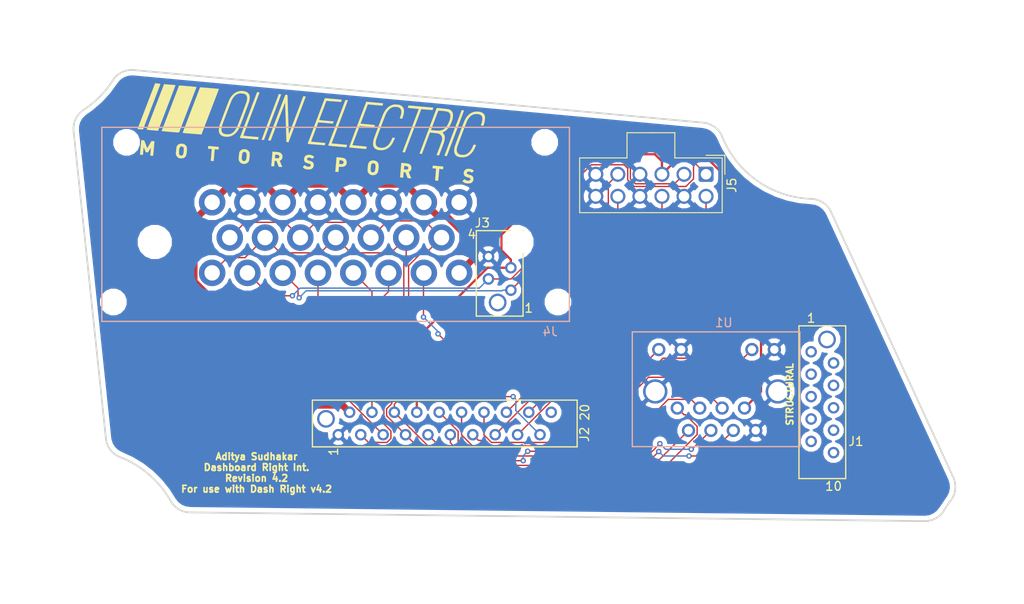
<source format=kicad_pcb>
(kicad_pcb (version 20171130) (host pcbnew 5.0.2-bee76a0~70~ubuntu18.04.1)

  (general
    (thickness 1.6)
    (drawings 18)
    (tracks 220)
    (zones 0)
    (modules 7)
    (nets 33)
  )

  (page A4)
  (layers
    (0 F.Cu signal)
    (31 B.Cu signal)
    (32 B.Adhes user)
    (33 F.Adhes user)
    (34 B.Paste user)
    (35 F.Paste user)
    (36 B.SilkS user)
    (37 F.SilkS user)
    (38 B.Mask user)
    (39 F.Mask user)
    (40 Dwgs.User user)
    (41 Cmts.User user)
    (42 Eco1.User user)
    (43 Eco2.User user)
    (44 Edge.Cuts user)
    (45 Margin user)
    (46 B.CrtYd user)
    (47 F.CrtYd user)
    (48 B.Fab user)
    (49 F.Fab user)
  )

  (setup
    (last_trace_width 0.1524)
    (user_trace_width 0.1524)
    (user_trace_width 0.254)
    (user_trace_width 0.7)
    (user_trace_width 0.762)
    (user_trace_width 0.8)
    (user_trace_width 1.016)
    (trace_clearance 0.1524)
    (zone_clearance 0.508)
    (zone_45_only no)
    (trace_min 0.1524)
    (segment_width 0.2)
    (edge_width 0.15)
    (via_size 0.6096)
    (via_drill 0.3048)
    (via_min_size 0.1524)
    (via_min_drill 0.3048)
    (uvia_size 0.3)
    (uvia_drill 0.1)
    (uvias_allowed no)
    (uvia_min_size 0)
    (uvia_min_drill 0)
    (pcb_text_width 0.3)
    (pcb_text_size 1.5 1.5)
    (mod_edge_width 0.15)
    (mod_text_size 1 1)
    (mod_text_width 0.15)
    (pad_size 1.524 1.524)
    (pad_drill 0.762)
    (pad_to_mask_clearance 0.051)
    (solder_mask_min_width 0.25)
    (aux_axis_origin 0 0)
    (visible_elements FFFFE77F)
    (pcbplotparams
      (layerselection 0x010fc_ffffffff)
      (usegerberextensions true)
      (usegerberattributes false)
      (usegerberadvancedattributes false)
      (creategerberjobfile false)
      (excludeedgelayer true)
      (linewidth 0.100000)
      (plotframeref false)
      (viasonmask false)
      (mode 1)
      (useauxorigin false)
      (hpglpennumber 1)
      (hpglpenspeed 20)
      (hpglpendiameter 15.000000)
      (psnegative false)
      (psa4output false)
      (plotreference true)
      (plotvalue true)
      (plotinvisibletext false)
      (padsonsilk false)
      (subtractmaskfromsilk false)
      (outputformat 1)
      (mirror false)
      (drillshape 0)
      (scaleselection 1)
      (outputdirectory ""))
  )

  (net 0 "")
  (net 1 "Net-(J1-Pad10)")
  (net 2 "Net-(J1-Pad9)")
  (net 3 "Net-(J1-Pad8)")
  (net 4 "Net-(J1-Pad6)")
  (net 5 "Net-(J1-Pad4)")
  (net 6 "Net-(J1-Pad2)")
  (net 7 "Net-(J1-Pad7)")
  (net 8 "Net-(J1-Pad1)")
  (net 9 "Net-(J1-Pad3)")
  (net 10 "Net-(J1-Pad5)")
  (net 11 "Net-(J2-Pad20)")
  (net 12 /RTD_LSD)
  (net 13 /IMD_LED)
  (net 14 /BMS_LED)
  (net 15 /START_BTN)
  (net 16 /START_LED)
  (net 17 /RJ45_LED2)
  (net 18 /RJ45_LED1)
  (net 19 /RESET)
  (net 20 /SCK)
  (net 21 /MISO)
  (net 22 /MOSI)
  (net 23 +5V)
  (net 24 /CANH)
  (net 25 /STR_POT_SENSE)
  (net 26 +12V)
  (net 27 /CANL)
  (net 28 GND)
  (net 29 /STR_POT+)
  (net 30 /STR_POT-)
  (net 31 /SDA)
  (net 32 /SCL)

  (net_class Default "This is the default net class."
    (clearance 0.1524)
    (trace_width 0.1524)
    (via_dia 0.6096)
    (via_drill 0.3048)
    (uvia_dia 0.3)
    (uvia_drill 0.1)
    (add_net +12V)
    (add_net +5V)
    (add_net /BMS_LED)
    (add_net /CANH)
    (add_net /CANL)
    (add_net /IMD_LED)
    (add_net /MISO)
    (add_net /MOSI)
    (add_net /RESET)
    (add_net /RJ45_LED1)
    (add_net /RJ45_LED2)
    (add_net /RTD_LSD)
    (add_net /SCK)
    (add_net /SCL)
    (add_net /SDA)
    (add_net /START_BTN)
    (add_net /START_LED)
    (add_net /STR_POT+)
    (add_net /STR_POT-)
    (add_net /STR_POT_SENSE)
    (add_net GND)
    (add_net "Net-(J1-Pad1)")
    (add_net "Net-(J1-Pad10)")
    (add_net "Net-(J1-Pad2)")
    (add_net "Net-(J1-Pad3)")
    (add_net "Net-(J1-Pad4)")
    (add_net "Net-(J1-Pad5)")
    (add_net "Net-(J1-Pad6)")
    (add_net "Net-(J1-Pad7)")
    (add_net "Net-(J1-Pad8)")
    (add_net "Net-(J1-Pad9)")
    (add_net "Net-(J2-Pad20)")
  )

  (module footprints:Ampseal_23 (layer B.Cu) (tedit 5A7B7D60) (tstamp 5CD83638)
    (at 83.566 49.657 180)
    (path /5C58ECA8)
    (fp_text reference J4 (at -3.81 -10.16 180) (layer B.SilkS)
      (effects (font (size 1 1) (thickness 0.15)) (justify mirror))
    )
    (fp_text value Ampseal_23_VT (at 6.096 15.494 180) (layer B.Fab)
      (effects (font (size 1 1) (thickness 0.15)) (justify mirror))
    )
    (fp_line (start -6 13) (end 47 13) (layer B.SilkS) (width 0.15))
    (fp_line (start 47 13) (end 47 -9) (layer B.SilkS) (width 0.15))
    (fp_line (start 47 -9) (end -6 -9) (layer B.SilkS) (width 0.15))
    (fp_line (start -6 -9) (end -6 13) (layer B.SilkS) (width 0.15))
    (pad "" np_thru_hole circle (at 41 0 180) (size 2.85 2.85) (drill 2.85) (layers *.Cu *.Mask))
    (pad "" np_thru_hole circle (at 45.7 -6.8 180) (size 2 2) (drill 2) (layers *.Cu *.Mask))
    (pad "" np_thru_hole circle (at -4.7 -6.8 180) (size 2 2) (drill 2) (layers *.Cu *.Mask))
    (pad "" np_thru_hole circle (at 44.2 11.3 180) (size 2 2) (drill 2) (layers *.Cu *.Mask))
    (pad "" np_thru_hole circle (at -3.2 11.3 180) (size 2 2) (drill 2) (layers *.Cu *.Mask))
    (pad 23 thru_hole circle (at 34.5 -3.5 180) (size 3 3) (drill 1.75) (layers *.Cu *.Mask)
      (net 27 /CANL))
    (pad 17 thru_hole circle (at 10.5 -3.5 180) (size 3 3) (drill 1.75) (layers *.Cu *.Mask)
      (net 12 /RTD_LSD))
    (pad 18 thru_hole circle (at 14.5 -3.5 180) (size 3 3) (drill 1.75) (layers *.Cu *.Mask)
      (net 29 /STR_POT+))
    (pad 19 thru_hole circle (at 18.5 -3.5 180) (size 3 3) (drill 1.75) (layers *.Cu *.Mask)
      (net 25 /STR_POT_SENSE))
    (pad 20 thru_hole circle (at 22.5 -3.5 180) (size 3 3) (drill 1.75) (layers *.Cu *.Mask)
      (net 30 /STR_POT-))
    (pad 21 thru_hole circle (at 26.5 -3.5 180) (size 3 3) (drill 1.75) (layers *.Cu *.Mask)
      (net 32 /SCL))
    (pad 22 thru_hole circle (at 30.5 -3.5 180) (size 3 3) (drill 1.75) (layers *.Cu *.Mask)
      (net 31 /SDA))
    (pad 10 thru_hole circle (at 12.5 0.5 180) (size 3 3) (drill 1.75) (layers *.Cu *.Mask)
      (net 27 /CANL))
    (pad 11 thru_hole circle (at 16.5 0.5 180) (size 3 3) (drill 1.75) (layers *.Cu *.Mask)
      (net 24 /CANH))
    (pad 13 thru_hole circle (at 24.5 0.5 180) (size 3 3) (drill 1.75) (layers *.Cu *.Mask)
      (net 24 /CANH))
    (pad 12 thru_hole circle (at 20.5 0.5 180) (size 3 3) (drill 1.75) (layers *.Cu *.Mask)
      (net 27 /CANL))
    (pad 14 thru_hole circle (at 28.5 0.5 180) (size 3 3) (drill 1.75) (layers *.Cu *.Mask)
      (net 27 /CANL))
    (pad 15 thru_hole circle (at 32.5 0.5 180) (size 3 3) (drill 1.75) (layers *.Cu *.Mask)
      (net 24 /CANH))
    (pad 8 thru_hole circle (at 34.5 4.5 180) (size 3 3) (drill 1.75) (layers *.Cu *.Mask)
      (net 26 +12V))
    (pad 7 thru_hole circle (at 30.5 4.5 180) (size 3 3) (drill 1.75) (layers *.Cu *.Mask)
      (net 28 GND))
    (pad 6 thru_hole circle (at 26.5 4.5 180) (size 3 3) (drill 1.75) (layers *.Cu *.Mask)
      (net 26 +12V))
    (pad 4 thru_hole circle (at 18.5 4.5 180) (size 3 3) (drill 1.75) (layers *.Cu *.Mask)
      (net 26 +12V))
    (pad 5 thru_hole circle (at 22.5 4.5 180) (size 3 3) (drill 1.75) (layers *.Cu *.Mask)
      (net 28 GND))
    (pad 3 thru_hole circle (at 14.5 4.5 180) (size 3 3) (drill 1.75) (layers *.Cu *.Mask)
      (net 28 GND))
    (pad 2 thru_hole circle (at 10.5 4.5 180) (size 3 3) (drill 1.75) (layers *.Cu *.Mask)
      (net 26 +12V))
    (pad 16 thru_hole circle (at 6.5 -3.5 180) (size 3 3) (drill 1.75) (layers *.Cu *.Mask)
      (net 26 +12V))
    (pad 9 thru_hole circle (at 8.5 0.5 180) (size 3 3) (drill 1.75) (layers *.Cu *.Mask)
      (net 24 /CANH))
    (pad 1 thru_hole circle (at 6.5 4.5 180) (size 3 3) (drill 1.75) (layers *.Cu *.Mask)
      (net 28 GND))
    (pad "" np_thru_hole circle (at 0 0 180) (size 2.85 2.85) (drill 2.85) (layers *.Cu *.Mask))
    (model ${LOCAL_DIR}/OEM_Preferred_Parts/3DModels/Ampseal-23/Ampseal_23.wrl
      (at (xyz 0 0 0))
      (scale (xyz 1 1 1))
      (rotate (xyz 0 0 0))
    )
  )

  (module footprints:micromatch_female_vert_10 (layer F.Cu) (tedit 5A772885) (tstamp 5C54CAD6)
    (at 116.967 67.183)
    (path /5C54CEDE)
    (fp_text reference J1 (at 5.08 5.08) (layer F.SilkS)
      (effects (font (size 1 1) (thickness 0.15)))
    )
    (fp_text value MM_F_VT_10 (at 6.35 0 -270) (layer F.Fab) hide
      (effects (font (size 1 1) (thickness 0.15)))
    )
    (fp_line (start 3.92 9.29) (end 3.92 -8.02) (layer F.SilkS) (width 0.15))
    (fp_line (start -1.38 9.29) (end -1.38 -8.02) (layer F.SilkS) (width 0.15))
    (fp_line (start -1.38 -8.02) (end 3.92 -8.02) (layer F.SilkS) (width 0.15))
    (fp_line (start -1.38 9.29) (end 3.92 9.29) (layer F.SilkS) (width 0.15))
    (fp_text user 1 (at 0 -8.89) (layer F.SilkS)
      (effects (font (size 1 1) (thickness 0.15)))
    )
    (fp_text user 10 (at 2.54 10.16) (layer F.SilkS)
      (effects (font (size 1 1) (thickness 0.15)))
    )
    (pad 11 thru_hole circle (at 1.8 -6.48) (size 2 2) (drill 1.5) (layers *.Cu *.Mask))
    (pad 10 thru_hole circle (at 2.54 6.35) (size 1.3 1.3) (drill 0.8) (layers *.Cu *.Mask)
      (net 1 "Net-(J1-Pad10)"))
    (pad 9 thru_hole circle (at 0 5.08) (size 1.3 1.3) (drill 0.8) (layers *.Cu *.Mask)
      (net 2 "Net-(J1-Pad9)"))
    (pad 8 thru_hole circle (at 2.54 3.81) (size 1.3 1.3) (drill 0.8) (layers *.Cu *.Mask)
      (net 3 "Net-(J1-Pad8)"))
    (pad 6 thru_hole circle (at 2.54 1.27) (size 1.3 1.3) (drill 0.8) (layers *.Cu *.Mask)
      (net 4 "Net-(J1-Pad6)"))
    (pad 4 thru_hole circle (at 2.54 -1.27) (size 1.3 1.3) (drill 0.8) (layers *.Cu *.Mask)
      (net 5 "Net-(J1-Pad4)"))
    (pad 2 thru_hole circle (at 2.54 -3.81) (size 1.3 1.3) (drill 0.8) (layers *.Cu *.Mask)
      (net 6 "Net-(J1-Pad2)"))
    (pad 7 thru_hole circle (at 0 2.54) (size 1.3 1.3) (drill 0.8) (layers *.Cu *.Mask)
      (net 7 "Net-(J1-Pad7)"))
    (pad 1 thru_hole circle (at 0 -5.08) (size 1.3 1.3) (drill 0.8) (layers *.Cu *.Mask)
      (net 8 "Net-(J1-Pad1)"))
    (pad 3 thru_hole circle (at 0 -2.54) (size 1.3 1.3) (drill 0.8) (layers *.Cu *.Mask)
      (net 9 "Net-(J1-Pad3)"))
    (pad 5 thru_hole circle (at 0 0) (size 1.3 1.3) (drill 0.8) (layers *.Cu *.Mask)
      (net 10 "Net-(J1-Pad5)"))
    (model ${LOCAL_DIR}/OEM_Preferred_Parts/3DModels/micromatch_vert10/micromatch_10_vert.wrl
      (at (xyz 0 0 0))
      (scale (xyz 1 1 1))
      (rotate (xyz 0 0 0))
    )
  )

  (module footprints:micromatch_female_vert_20 (layer F.Cu) (tedit 5C6209A2) (tstamp 5CCB9851)
    (at 68.453 71.501 90)
    (path /5C54D086)
    (fp_text reference J2 (at 0.0381 22.82444 90) (layer F.SilkS)
      (effects (font (size 1 1) (thickness 0.15)))
    )
    (fp_text value MM_F_VT_20 (at 6.35 0 180) (layer F.Fab) hide
      (effects (font (size 1 1) (thickness 0.15)))
    )
    (fp_line (start 3.92 21.99) (end 3.92 -8.02) (layer F.SilkS) (width 0.15))
    (fp_line (start -1.38 21.99) (end -1.38 -8.02) (layer F.SilkS) (width 0.15))
    (fp_line (start -1.38 -8.02) (end 3.92 -8.02) (layer F.SilkS) (width 0.15))
    (fp_line (start -1.38 21.99) (end 3.92 21.99) (layer F.SilkS) (width 0.15))
    (fp_text user 1 (at -1.92786 -5.61848 90) (layer F.SilkS)
      (effects (font (size 1 1) (thickness 0.15)))
    )
    (fp_text user 20 (at 2.54 22.86 90) (layer F.SilkS)
      (effects (font (size 1 1) (thickness 0.15)))
    )
    (pad 21 thru_hole circle (at 1.8 -6.48 90) (size 2 2) (drill 1.5) (layers *.Cu *.Mask))
    (pad 20 thru_hole circle (at 2.54 19.05 90) (size 1.3 1.3) (drill 0.8) (layers *.Cu *.Mask)
      (net 11 "Net-(J2-Pad20)"))
    (pad 19 thru_hole circle (at 0 17.78 90) (size 1.3 1.3) (drill 0.8) (layers *.Cu *.Mask)
      (net 12 /RTD_LSD))
    (pad 18 thru_hole circle (at 2.54 16.51 90) (size 1.3 1.3) (drill 0.8) (layers *.Cu *.Mask)
      (net 15 /START_BTN))
    (pad 17 thru_hole circle (at 0 15.24 90) (size 1.3 1.3) (drill 0.8) (layers *.Cu *.Mask)
      (net 13 /IMD_LED))
    (pad 16 thru_hole circle (at 2.54 13.97 90) (size 1.3 1.3) (drill 0.8) (layers *.Cu *.Mask)
      (net 14 /BMS_LED))
    (pad 15 thru_hole circle (at 0 12.7 90) (size 1.3 1.3) (drill 0.8) (layers *.Cu *.Mask)
      (net 16 /START_LED))
    (pad 14 thru_hole circle (at 2.54 11.43 90) (size 1.3 1.3) (drill 0.8) (layers *.Cu *.Mask)
      (net 17 /RJ45_LED2))
    (pad 13 thru_hole circle (at 0 10.16 90) (size 1.3 1.3) (drill 0.8) (layers *.Cu *.Mask)
      (net 18 /RJ45_LED1))
    (pad 12 thru_hole circle (at 2.54 8.89 90) (size 1.3 1.3) (drill 0.8) (layers *.Cu *.Mask)
      (net 19 /RESET))
    (pad 11 thru_hole circle (at 0 7.62 90) (size 1.3 1.3) (drill 0.8) (layers *.Cu *.Mask)
      (net 20 /SCK))
    (pad 10 thru_hole circle (at 2.54 6.35 90) (size 1.3 1.3) (drill 0.8) (layers *.Cu *.Mask)
      (net 21 /MISO))
    (pad 9 thru_hole circle (at 0 5.08 90) (size 1.3 1.3) (drill 0.8) (layers *.Cu *.Mask)
      (net 22 /MOSI))
    (pad 8 thru_hole circle (at 2.54 3.81 90) (size 1.3 1.3) (drill 0.8) (layers *.Cu *.Mask)
      (net 23 +5V))
    (pad 6 thru_hole circle (at 2.54 1.27 90) (size 1.3 1.3) (drill 0.8) (layers *.Cu *.Mask)
      (net 24 /CANH))
    (pad 4 thru_hole circle (at 2.54 -1.27 90) (size 1.3 1.3) (drill 0.8) (layers *.Cu *.Mask)
      (net 25 /STR_POT_SENSE))
    (pad 2 thru_hole circle (at 2.54 -3.81 90) (size 1.3 1.3) (drill 0.8) (layers *.Cu *.Mask)
      (net 26 +12V))
    (pad 7 thru_hole circle (at 0 2.54 90) (size 1.3 1.3) (drill 0.8) (layers *.Cu *.Mask)
      (net 27 /CANL))
    (pad 1 thru_hole circle (at 0 -5.08 90) (size 1.3 1.3) (drill 0.8) (layers *.Cu *.Mask)
      (net 28 GND))
    (pad 3 thru_hole circle (at 0 -2.54 90) (size 1.3 1.3) (drill 0.8) (layers *.Cu *.Mask)
      (net 29 /STR_POT+))
    (pad 5 thru_hole circle (at 0 0 90) (size 1.3 1.3) (drill 0.8) (layers *.Cu *.Mask)
      (net 30 /STR_POT-))
    (model ${LOCAL_DIR}/OEM_Preferred_Parts/3DModels/micromatch-female-vert-20/micromatch-female-vert-20.wrl
      (at (xyz 0 0 0))
      (scale (xyz 1 1 1))
      (rotate (xyz 0 0 0))
    )
  )

  (module footprints:micromatch_female_vert_4 (layer F.Cu) (tedit 5A7726AD) (tstamp 5C96A5ED)
    (at 82.931 50.038 180)
    (path /5C54D319)
    (fp_text reference J3 (at 3.23596 2.54508) (layer F.SilkS)
      (effects (font (size 1 1) (thickness 0.15)))
    )
    (fp_text value MM_F_VT_04 (at 6.35 -1.27 270) (layer F.Fab) hide
      (effects (font (size 1 1) (thickness 0.15)))
    )
    (fp_line (start 3.92 1.67) (end 3.92 -8.02) (layer F.SilkS) (width 0.15))
    (fp_line (start -1.38 1.67) (end -1.38 -8.02) (layer F.SilkS) (width 0.15))
    (fp_line (start -1.38 -8.02) (end 3.92 -8.02) (layer F.SilkS) (width 0.15))
    (fp_line (start -1.38 1.67) (end 3.92 1.67) (layer F.SilkS) (width 0.15))
    (fp_text user 1 (at -2.02184 -7.11962 180) (layer F.SilkS)
      (effects (font (size 1 1) (thickness 0.15)))
    )
    (fp_text user 4 (at 4.4323 1.24714 180) (layer F.SilkS)
      (effects (font (size 1 1) (thickness 0.15)))
    )
    (pad 5 thru_hole circle (at 1.5 -6.48 180) (size 2 2) (drill 1.5) (layers *.Cu *.Mask))
    (pad 4 thru_hole circle (at 2.54 -1.27 180) (size 1.3 1.3) (drill 0.8) (layers *.Cu *.Mask)
      (net 28 GND))
    (pad 2 thru_hole circle (at 2.54 -3.81 180) (size 1.3 1.3) (drill 0.8) (layers *.Cu *.Mask)
      (net 31 /SDA))
    (pad 1 thru_hole circle (at 0 -5.08 180) (size 1.3 1.3) (drill 0.8) (layers *.Cu *.Mask)
      (net 32 /SCL))
    (pad 3 thru_hole circle (at 0 -2.54 180) (size 1.3 1.3) (drill 0.8) (layers *.Cu *.Mask)
      (net 23 +5V))
    (model ${LOCAL_DIR}/OEM_Preferred_Parts/3DModels/micromatch_vert4/micromatch_vert4.step
      (at (xyz 0 0 0))
      (scale (xyz 1 1 1))
      (rotate (xyz 0 0 0))
    )
  )

  (module footprints:RJ45-Vertical (layer B.Cu) (tedit 5A6A89D8) (tstamp 5C96A62B)
    (at 99.695 61.849)
    (path /5C58E9A7)
    (fp_text reference U1 (at 7.366 -3.048) (layer B.SilkS)
      (effects (font (size 1 1) (thickness 0.15)) (justify mirror))
    )
    (fp_text value RJ45_VT (at 17.018 7.493 90) (layer B.Fab)
      (effects (font (size 1 1) (thickness 0.15)) (justify mirror))
    )
    (fp_line (start 16 -2) (end 16 0) (layer B.SilkS) (width 0.15))
    (fp_line (start -3 -2) (end 16 -2) (layer B.SilkS) (width 0.15))
    (fp_line (start -3 11) (end -3 -2) (layer B.SilkS) (width 0.15))
    (fp_line (start 16 11) (end -3 11) (layer B.SilkS) (width 0.15))
    (fp_line (start 16 0) (end 16 11) (layer B.SilkS) (width 0.15))
    (pad 12 thru_hole circle (at 0 0) (size 1.5 1.5) (drill 0.95) (layers *.Cu *.Mask)
      (net 17 /RJ45_LED2))
    (pad 11 thru_hole circle (at 2.54 0) (size 1.5 1.5) (drill 0.95) (layers *.Cu *.Mask)
      (net 28 GND))
    (pad 9 thru_hole circle (at 13.1 0) (size 1.5 1.5) (drill 0.95) (layers *.Cu *.Mask)
      (net 28 GND))
    (pad 10 thru_hole circle (at 10.56 0) (size 1.5 1.5) (drill 0.95) (layers *.Cu *.Mask)
      (net 18 /RJ45_LED1))
    (pad 1 thru_hole circle (at 2.1 6.63) (size 1.5 1.5) (drill 0.95) (layers *.Cu *.Mask)
      (net 27 /CANL))
    (pad 3 thru_hole circle (at 4.64 6.63) (size 1.5 1.5) (drill 0.95) (layers *.Cu *.Mask)
      (net 19 /RESET))
    (pad 5 thru_hole circle (at 7.18 6.63) (size 1.5 1.5) (drill 0.95) (layers *.Cu *.Mask)
      (net 21 /MISO))
    (pad 7 thru_hole circle (at 9.72 6.63) (size 1.5 1.5) (drill 0.95) (layers *.Cu *.Mask)
      (net 23 +5V))
    (pad 2 thru_hole circle (at 3.37 9.17) (size 1.5 1.5) (drill 0.95) (layers *.Cu *.Mask)
      (net 24 /CANH))
    (pad 4 thru_hole circle (at 5.91 9.17) (size 1.5 1.5) (drill 0.95) (layers *.Cu *.Mask)
      (net 20 /SCK))
    (pad 6 thru_hole circle (at 8.45 9.17) (size 1.5 1.5) (drill 0.95) (layers *.Cu *.Mask B.Paste)
      (net 22 /MOSI))
    (pad 8 thru_hole circle (at 10.99 9.17) (size 1.5 1.5) (drill 0.95) (layers *.Cu *.Mask)
      (net 28 GND))
    (pad 13 thru_hole circle (at -0.4 4.75) (size 2.75 2.75) (drill 2.18) (layers *.Cu *.Mask)
      (net 28 GND))
    (pad 14 thru_hole circle (at 13.5 4.75) (size 2.75 2.75) (drill 2.18) (layers *.Cu *.Mask)
      (net 28 GND))
    (model ${LOCAL_DIR}/OEM_Preferred_Parts/3DModels/rj45-vert/rj45-vert.wrl
      (at (xyz 0 0 0))
      (scale (xyz 1 1 1))
      (rotate (xyz 0 0 0))
    )
  )

  (module Connector_Molex:Molex_Nano-Fit_105310-xx12_2x06_P2.50mm_Vertical (layer F.Cu) (tedit 5B7830BB) (tstamp 5C96A68E)
    (at 105.056 41.98 270)
    (descr "Molex Nano-Fit Power Connectors, 105310-xx12, 6 Pins per row (http://www.molex.com/pdm_docs/sd/1053101208_sd.pdf), generated with kicad-footprint-generator")
    (tags "connector Molex Nano-Fit side entry")
    (path /5C61C808)
    (fp_text reference J5 (at 1.25 -2.92 270) (layer F.SilkS)
      (effects (font (size 1 1) (thickness 0.15)))
    )
    (fp_text value NanoFit_12 (at 1.25 15.42 270) (layer F.Fab)
      (effects (font (size 1 1) (thickness 0.15)))
    )
    (fp_line (start 4.24 6.25) (end 4.24 -1.72) (layer F.Fab) (width 0.1))
    (fp_line (start 4.24 -1.72) (end -1.74 -1.72) (layer F.Fab) (width 0.1))
    (fp_line (start -1.74 -1.72) (end -1.74 3.65) (layer F.Fab) (width 0.1))
    (fp_line (start -1.74 3.65) (end -4.6 3.65) (layer F.Fab) (width 0.1))
    (fp_line (start -4.6 3.65) (end -4.6 6.25) (layer F.Fab) (width 0.1))
    (fp_line (start 4.24 6.25) (end 4.24 14.22) (layer F.Fab) (width 0.1))
    (fp_line (start 4.24 14.22) (end -1.74 14.22) (layer F.Fab) (width 0.1))
    (fp_line (start -1.74 14.22) (end -1.74 8.85) (layer F.Fab) (width 0.1))
    (fp_line (start -1.74 8.85) (end -4.6 8.85) (layer F.Fab) (width 0.1))
    (fp_line (start -4.6 8.85) (end -4.6 6.25) (layer F.Fab) (width 0.1))
    (fp_line (start 4.35 6.25) (end 4.35 -1.83) (layer F.SilkS) (width 0.12))
    (fp_line (start 4.35 -1.83) (end -1.85 -1.83) (layer F.SilkS) (width 0.12))
    (fp_line (start -1.85 -1.83) (end -1.85 3.54) (layer F.SilkS) (width 0.12))
    (fp_line (start -1.85 3.54) (end -4.71 3.54) (layer F.SilkS) (width 0.12))
    (fp_line (start -4.71 3.54) (end -4.71 6.25) (layer F.SilkS) (width 0.12))
    (fp_line (start 4.35 6.25) (end 4.35 14.33) (layer F.SilkS) (width 0.12))
    (fp_line (start 4.35 14.33) (end -1.85 14.33) (layer F.SilkS) (width 0.12))
    (fp_line (start -1.85 14.33) (end -1.85 8.96) (layer F.SilkS) (width 0.12))
    (fp_line (start -1.85 8.96) (end -4.71 8.96) (layer F.SilkS) (width 0.12))
    (fp_line (start -4.71 8.96) (end -4.71 6.25) (layer F.SilkS) (width 0.12))
    (fp_line (start 4.74 6.25) (end 4.74 -2.22) (layer F.CrtYd) (width 0.05))
    (fp_line (start 4.74 -2.22) (end -2.24 -2.22) (layer F.CrtYd) (width 0.05))
    (fp_line (start -2.24 -2.22) (end -2.24 3.15) (layer F.CrtYd) (width 0.05))
    (fp_line (start -2.24 3.15) (end -5.1 3.15) (layer F.CrtYd) (width 0.05))
    (fp_line (start -5.1 3.15) (end -5.1 6.25) (layer F.CrtYd) (width 0.05))
    (fp_line (start 4.74 6.25) (end 4.74 14.72) (layer F.CrtYd) (width 0.05))
    (fp_line (start 4.74 14.72) (end -2.24 14.72) (layer F.CrtYd) (width 0.05))
    (fp_line (start -2.24 14.72) (end -2.24 9.35) (layer F.CrtYd) (width 0.05))
    (fp_line (start -2.24 9.35) (end -5.1 9.35) (layer F.CrtYd) (width 0.05))
    (fp_line (start -5.1 9.35) (end -5.1 6.25) (layer F.CrtYd) (width 0.05))
    (fp_line (start -4.1 4.15) (end -4.1 8.35) (layer F.Fab) (width 0.1))
    (fp_line (start -4.1 8.35) (end -2.02 8.35) (layer F.Fab) (width 0.1))
    (fp_line (start -2.02 8.35) (end -2.02 4.15) (layer F.Fab) (width 0.1))
    (fp_line (start -2.02 4.15) (end -4.1 4.15) (layer F.Fab) (width 0.1))
    (fp_line (start 0 -2.13) (end -2.15 -2.13) (layer F.SilkS) (width 0.12))
    (fp_line (start -2.15 -2.13) (end -2.15 0) (layer F.SilkS) (width 0.12))
    (fp_line (start -0.5 -1.72) (end 0 -1.012893) (layer F.Fab) (width 0.1))
    (fp_line (start 0 -1.012893) (end 0.5 -1.72) (layer F.Fab) (width 0.1))
    (fp_text user %R (at 3.54 6.25) (layer F.Fab)
      (effects (font (size 1 1) (thickness 0.15)))
    )
    (pad 1 thru_hole roundrect (at 0 0 270) (size 1.7 1.7) (drill 1.2) (layers *.Cu *.Mask) (roundrect_rratio 0.147059)
      (net 32 /SCL))
    (pad 2 thru_hole circle (at 0 2.5 270) (size 1.7 1.7) (drill 1.2) (layers *.Cu *.Mask)
      (net 31 /SDA))
    (pad 3 thru_hole circle (at 0 5 270) (size 1.7 1.7) (drill 1.2) (layers *.Cu *.Mask)
      (net 23 +5V))
    (pad 4 thru_hole circle (at 0 7.5 270) (size 1.7 1.7) (drill 1.2) (layers *.Cu *.Mask)
      (net 28 GND))
    (pad 5 thru_hole circle (at 0 10 270) (size 1.7 1.7) (drill 1.2) (layers *.Cu *.Mask)
      (net 14 /BMS_LED))
    (pad 6 thru_hole circle (at 0 12.5 270) (size 1.7 1.7) (drill 1.2) (layers *.Cu *.Mask)
      (net 28 GND))
    (pad 7 thru_hole circle (at 2.5 0 270) (size 1.7 1.7) (drill 1.2) (layers *.Cu *.Mask)
      (net 13 /IMD_LED))
    (pad 8 thru_hole circle (at 2.5 2.5 270) (size 1.7 1.7) (drill 1.2) (layers *.Cu *.Mask)
      (net 28 GND))
    (pad 9 thru_hole circle (at 2.5 5 270) (size 1.7 1.7) (drill 1.2) (layers *.Cu *.Mask)
      (net 15 /START_BTN))
    (pad 10 thru_hole circle (at 2.5 7.5 270) (size 1.7 1.7) (drill 1.2) (layers *.Cu *.Mask)
      (net 28 GND))
    (pad 11 thru_hole circle (at 2.5 10 270) (size 1.7 1.7) (drill 1.2) (layers *.Cu *.Mask)
      (net 16 /START_LED))
    (pad 12 thru_hole circle (at 2.5 12.5 270) (size 1.7 1.7) (drill 1.2) (layers *.Cu *.Mask)
      (net 28 GND))
    (pad "" np_thru_hole circle (at -1.34 6.25 270) (size 1.3 1.3) (drill 1.3) (layers *.Cu *.Mask))
    (model ${KISYS3DMOD}/Connector_Molex.3dshapes/Molex_Nano-Fit_105310-xx12_2x06_P2.50mm_Vertical.wrl
      (at (xyz 0 0 0))
      (scale (xyz 1 1 1))
      (rotate (xyz 0 0 0))
    )
    (model /home/asudhakar/Desktop/105310-1112_stp/1053101112.stp
      (offset (xyz 1.269999980926514 -6.349999904632568 5.079999923706055))
      (scale (xyz 1 1 1))
      (rotate (xyz 0 0 -90))
    )
  )

  (module footprints:Logo_Large (layer F.Cu) (tedit 0) (tstamp 5CD80FA3)
    (at 60.198 37.338 355)
    (fp_text reference G*** (at 0 0 355) (layer F.SilkS) hide
      (effects (font (size 1.524 1.524) (thickness 0.3)))
    )
    (fp_text value LOGO (at 0.75 0 355) (layer F.SilkS) hide
      (effects (font (size 1.524 1.524) (thickness 0.3)))
    )
    (fp_poly (pts (xy -14.269056 2.445555) (xy -14.130943 2.477693) (xy -14.012867 2.544457) (xy -13.923681 2.626981)
      (xy -13.862089 2.706125) (xy -13.817602 2.795727) (xy -13.788451 2.90426) (xy -13.772863 3.040195)
      (xy -13.769069 3.212004) (xy -13.772246 3.351486) (xy -13.784625 3.547255) (xy -13.808786 3.700772)
      (xy -13.848274 3.819915) (xy -13.906633 3.912561) (xy -13.98741 3.986587) (xy -14.0843 4.044877)
      (xy -14.181424 4.078725) (xy -14.305424 4.100438) (xy -14.434865 4.108093) (xy -14.548313 4.099766)
      (xy -14.588906 4.090143) (xy -14.731498 4.018998) (xy -14.85126 3.908694) (xy -14.924399 3.795694)
      (xy -14.948516 3.744477) (xy -14.965706 3.698571) (xy -14.976933 3.6485) (xy -14.983164 3.584784)
      (xy -14.985362 3.497948) (xy -14.984493 3.378514) (xy -14.981818 3.231871) (xy -14.981684 3.225681)
      (xy -14.655022 3.225681) (xy -14.651176 3.353568) (xy -14.642237 3.476673) (xy -14.629013 3.581797)
      (xy -14.612314 3.65574) (xy -14.603252 3.676361) (xy -14.552297 3.729247) (xy -14.478327 3.777255)
      (xy -14.404838 3.806288) (xy -14.381489 3.809421) (xy -14.337138 3.798811) (xy -14.275766 3.772394)
      (xy -14.273969 3.77147) (xy -14.215857 3.734133) (xy -14.17412 3.686102) (xy -14.146563 3.619354)
      (xy -14.130989 3.525867) (xy -14.125202 3.397618) (xy -14.126828 3.233896) (xy -14.1351 2.891305)
      (xy -14.218051 2.817252) (xy -14.315535 2.757293) (xy -14.413551 2.743789) (xy -14.504042 2.773125)
      (xy -14.578951 2.84169) (xy -14.630217 2.945868) (xy -14.644196 3.008354) (xy -14.652965 3.10621)
      (xy -14.655022 3.225681) (xy -14.981684 3.225681) (xy -14.978405 3.074384) (xy -14.974488 2.958726)
      (xy -14.968752 2.875928) (xy -14.959877 2.817027) (xy -14.946548 2.773056) (xy -14.927446 2.735049)
      (xy -14.903234 2.697026) (xy -14.804937 2.578722) (xy -14.68889 2.500271) (xy -14.545096 2.456222)
      (xy -14.438917 2.443881) (xy -14.269056 2.445555)) (layer F.SilkS) (width 0.01))
    (fp_poly (pts (xy -7.070179 2.455073) (xy -6.925513 2.511184) (xy -6.800357 2.602603) (xy -6.718693 2.704149)
      (xy -6.688937 2.754116) (xy -6.667857 2.798752) (xy -6.653699 2.848327) (xy -6.644707 2.913111)
      (xy -6.639128 3.003375) (xy -6.635205 3.129388) (xy -6.633455 3.20298) (xy -6.631752 3.401864)
      (xy -6.638265 3.558514) (xy -6.655021 3.681118) (xy -6.684046 3.777864) (xy -6.727368 3.856939)
      (xy -6.787014 3.92653) (xy -6.820221 3.957376) (xy -6.966312 4.053423) (xy -7.132728 4.10405)
      (xy -7.315544 4.108472) (xy -7.452131 4.083404) (xy -7.554099 4.036109) (xy -7.657253 3.954996)
      (xy -7.747159 3.854585) (xy -7.809385 3.749398) (xy -7.823028 3.710237) (xy -7.835992 3.628022)
      (xy -7.84377 3.501892) (xy -7.846075 3.338496) (xy -7.84586 3.321881) (xy -7.503689 3.321881)
      (xy -7.501571 3.451899) (xy -7.496271 3.542178) (xy -7.486136 3.603753) (xy -7.469515 3.647663)
      (xy -7.45044 3.677481) (xy -7.363712 3.76151) (xy -7.267602 3.798709) (xy -7.169392 3.788463)
      (xy -7.076363 3.730156) (xy -7.05723 3.710724) (xy -7.019613 3.660707) (xy -6.995397 3.601067)
      (xy -6.979531 3.516066) (xy -6.97172 3.444224) (xy -6.964006 3.278269) (xy -6.97059 3.117084)
      (xy -6.990229 2.976585) (xy -7.015173 2.888052) (xy -7.067235 2.816293) (xy -7.149773 2.763852)
      (xy -7.24291 2.743296) (xy -7.244089 2.743294) (xy -7.305039 2.756452) (xy -7.376171 2.788451)
      (xy -7.383672 2.792883) (xy -7.429275 2.828395) (xy -7.462239 2.876142) (xy -7.484353 2.94401)
      (xy -7.497405 3.039884) (xy -7.503185 3.171649) (xy -7.503689 3.321881) (xy -7.84586 3.321881)
      (xy -7.844445 3.212859) (xy -7.840808 3.064704) (xy -7.836408 2.95729) (xy -7.829561 2.880564)
      (xy -7.818587 2.824475) (xy -7.801801 2.778973) (xy -7.777523 2.734004) (xy -7.759308 2.704145)
      (xy -7.657173 2.583714) (xy -7.527853 2.498591) (xy -7.380688 2.448777) (xy -7.225017 2.434271)
      (xy -7.070179 2.455073)) (layer F.SilkS) (width 0.01))
    (fp_poly (pts (xy 0.302534 2.451836) (xy 0.448327 2.48775) (xy 0.565703 2.543216) (xy 0.63306 2.601024)
      (xy 0.649824 2.629804) (xy 0.64345 2.660198) (xy 0.608433 2.704376) (xy 0.567068 2.746883)
      (xy 0.464917 2.849035) (xy 0.366185 2.796117) (xy 0.253234 2.754167) (xy 0.134838 2.740743)
      (xy 0.026401 2.75551) (xy -0.056674 2.798129) (xy -0.064655 2.805545) (xy -0.116503 2.876302)
      (xy -0.122168 2.945579) (xy -0.102306 2.995881) (xy -0.080218 3.027172) (xy -0.04613 3.051065)
      (xy 0.009853 3.071265) (xy 0.097627 3.091475) (xy 0.207983 3.112026) (xy 0.377602 3.150885)
      (xy 0.503776 3.202254) (xy 0.593339 3.271382) (xy 0.653126 3.363518) (xy 0.689562 3.48192)
      (xy 0.700672 3.646603) (xy 0.664939 3.794467) (xy 0.58449 3.921026) (xy 0.461453 4.021794)
      (xy 0.42348 4.042844) (xy 0.321801 4.077626) (xy 0.188779 4.099642) (xy 0.042512 4.107799)
      (xy -0.098903 4.101003) (xy -0.207758 4.081002) (xy -0.294592 4.047884) (xy -0.380469 4.001306)
      (xy -0.452662 3.949901) (xy -0.498439 3.902303) (xy -0.508 3.877362) (xy -0.491001 3.84314)
      (xy -0.447304 3.788979) (xy -0.408279 3.748333) (xy -0.308557 3.650958) (xy -0.242884 3.702616)
      (xy -0.132092 3.76291) (xy -0.000262 3.794301) (xy 0.135191 3.795476) (xy 0.256854 3.765121)
      (xy 0.29845 3.743421) (xy 0.34099 3.689867) (xy 0.356403 3.613996) (xy 0.343198 3.537345)
      (xy 0.315685 3.494314) (xy 0.282447 3.462818) (xy 0.271235 3.454365) (xy 0.210174 3.447665)
      (xy 0.117504 3.430666) (xy 0.009271 3.407098) (xy -0.098479 3.380694) (xy -0.1897 3.355186)
      (xy -0.248346 3.334307) (xy -0.251448 3.332797) (xy -0.346954 3.257755) (xy -0.413082 3.151546)
      (xy -0.44858 3.025309) (xy -0.452197 2.890181) (xy -0.422679 2.757299) (xy -0.358776 2.637801)
      (xy -0.333094 2.606647) (xy -0.233547 2.522172) (xy -0.112366 2.468676) (xy 0.039833 2.442834)
      (xy 0.1397 2.439205) (xy 0.302534 2.451836)) (layer F.SilkS) (width 0.01))
    (fp_poly (pts (xy 7.614668 2.459018) (xy 7.767524 2.517651) (xy 7.888374 2.6156) (xy 7.977526 2.753051)
      (xy 7.988924 2.778852) (xy 8.012499 2.864229) (xy 8.030625 2.986361) (xy 8.042589 3.131422)
      (xy 8.047678 3.285588) (xy 8.04518 3.435034) (xy 8.034382 3.565937) (xy 8.030787 3.591094)
      (xy 7.987786 3.760304) (xy 7.915498 3.892459) (xy 7.809355 3.994886) (xy 7.758368 4.028023)
      (xy 7.633675 4.079049) (xy 7.486375 4.106151) (xy 7.337602 4.107332) (xy 7.20849 4.080594)
      (xy 7.207198 4.080115) (xy 7.054006 3.998286) (xy 6.935336 3.881713) (xy 6.880168 3.79164)
      (xy 6.856957 3.739922) (xy 6.840689 3.688868) (xy 6.830131 3.628126) (xy 6.824053 3.547346)
      (xy 6.821224 3.436176) (xy 6.821003 3.39583) (xy 7.165293 3.39583) (xy 7.1731 3.529837)
      (xy 7.192143 3.627912) (xy 7.224419 3.697231) (xy 7.271925 3.744967) (xy 7.320599 3.771732)
      (xy 7.387138 3.798825) (xy 7.43269 3.805961) (xy 7.482426 3.793269) (xy 7.532829 3.772814)
      (xy 7.596128 3.736039) (xy 7.641585 3.68172) (xy 7.671688 3.602298) (xy 7.688927 3.490216)
      (xy 7.695788 3.337916) (xy 7.6962 3.2766) (xy 7.691984 3.109995) (xy 7.679602 2.985668)
      (xy 7.660783 2.910803) (xy 7.597341 2.813048) (xy 7.511799 2.756848) (xy 7.413677 2.744417)
      (xy 7.312495 2.777966) (xy 7.25845 2.8173) (xy 7.1755 2.8914) (xy 7.166727 3.218718)
      (xy 7.165293 3.39583) (xy 6.821003 3.39583) (xy 6.820418 3.2893) (xy 6.822194 3.108495)
      (xy 6.829458 2.969057) (xy 6.84428 2.861665) (xy 6.868728 2.777001) (xy 6.904872 2.705745)
      (xy 6.95478 2.638579) (xy 6.96842 2.622734) (xy 7.077364 2.526317) (xy 7.206309 2.467091)
      (xy 7.364651 2.441321) (xy 7.4295 2.439515) (xy 7.614668 2.459018)) (layer F.SilkS) (width 0.01))
    (fp_poly (pts (xy 18.497553 2.450792) (xy 18.557872 2.463561) (xy 18.642526 2.497205) (xy 18.723145 2.540408)
      (xy 18.786486 2.584795) (xy 18.819307 2.621994) (xy 18.821226 2.630095) (xy 18.804433 2.661587)
      (xy 18.761201 2.713509) (xy 18.72511 2.750714) (xy 18.62882 2.844738) (xy 18.529239 2.793969)
      (xy 18.413142 2.75183) (xy 18.299581 2.740154) (xy 18.198117 2.756416) (xy 18.118312 2.79809)
      (xy 18.069727 2.862651) (xy 18.0594 2.918052) (xy 18.070857 2.980913) (xy 18.109624 3.029105)
      (xy 18.18229 3.066654) (xy 18.295448 3.097584) (xy 18.379603 3.113627) (xy 18.543829 3.149651)
      (xy 18.665419 3.195998) (xy 18.75223 3.25742) (xy 18.812119 3.338669) (xy 18.834672 3.388864)
      (xy 18.870477 3.544246) (xy 18.862293 3.695973) (xy 18.813364 3.834946) (xy 18.726934 3.952062)
      (xy 18.606245 4.038219) (xy 18.602636 4.039986) (xy 18.490811 4.0774) (xy 18.34973 4.100923)
      (xy 18.199435 4.108932) (xy 18.059966 4.099804) (xy 18.001855 4.088635) (xy 17.898739 4.054691)
      (xy 17.79737 4.008072) (xy 17.715408 3.957731) (xy 17.678942 3.924953) (xy 17.664443 3.897482)
      (xy 17.672889 3.865839) (xy 17.70977 3.81892) (xy 17.754604 3.771895) (xy 17.864424 3.659997)
      (xy 17.931959 3.708086) (xy 18.031767 3.758637) (xy 18.154284 3.792353) (xy 18.274625 3.803557)
      (xy 18.328508 3.798523) (xy 18.414083 3.766901) (xy 18.487005 3.713051) (xy 18.533104 3.649435)
      (xy 18.542 3.610768) (xy 18.527748 3.544067) (xy 18.481194 3.493088) (xy 18.396643 3.454267)
      (xy 18.268396 3.424039) (xy 18.234436 3.418298) (xy 18.060414 3.382307) (xy 17.929823 3.334782)
      (xy 17.835762 3.271072) (xy 17.771329 3.186525) (xy 17.730121 3.078372) (xy 17.71112 2.91789)
      (xy 17.739099 2.768027) (xy 17.811418 2.635991) (xy 17.925434 2.528994) (xy 17.933341 2.523661)
      (xy 17.997442 2.486765) (xy 18.064214 2.463774) (xy 18.1507 2.450353) (xy 18.248656 2.443426)
      (xy 18.383731 2.441769) (xy 18.497553 2.450792)) (layer F.SilkS) (width 0.01))
    (fp_poly (pts (xy -18.481754 2.869475) (xy -18.272532 3.30055) (xy -17.8603 2.4384) (xy -17.526 2.4384)
      (xy -17.526 4.0894) (xy -17.8562 4.0894) (xy -17.859152 3.1877) (xy -18.003206 3.47345)
      (xy -18.147261 3.7592) (xy -18.40334 3.7592) (xy -18.547395 3.47345) (xy -18.691449 3.1877)
      (xy -18.692925 3.63855) (xy -18.6944 4.0894) (xy -19.0246 4.0894) (xy -19.0246 2.4384)
      (xy -18.690977 2.4384) (xy -18.481754 2.869475)) (layer F.SilkS) (width 0.01))
    (fp_poly (pts (xy -10.2108 2.7432) (xy -10.6426 2.7432) (xy -10.6426 4.0894) (xy -10.9728 4.0894)
      (xy -10.9728 2.7432) (xy -11.4046 2.7432) (xy -11.4046 2.4384) (xy -10.2108 2.4384)
      (xy -10.2108 2.7432)) (layer F.SilkS) (width 0.01))
    (fp_poly (pts (xy -3.74015 2.439005) (xy -3.602774 2.44086) (xy -3.475334 2.445503) (xy -3.370703 2.452268)
      (xy -3.301753 2.460492) (xy -3.294347 2.462025) (xy -3.149982 2.519459) (xy -3.035019 2.613374)
      (xy -2.95414 2.73587) (xy -2.912022 2.87905) (xy -2.913347 3.035014) (xy -2.92393 3.087211)
      (xy -2.957591 3.17198) (xy -3.010757 3.255948) (xy -3.072801 3.326252) (xy -3.133097 3.370023)
      (xy -3.164273 3.3782) (xy -3.172089 3.393792) (xy -3.157815 3.442563) (xy -3.120209 3.527508)
      (xy -3.058032 3.65162) (xy -3.023727 3.717215) (xy -2.961388 3.836374) (xy -2.908502 3.939456)
      (xy -2.869207 4.018236) (xy -2.847642 4.064489) (xy -2.8448 4.072815) (xy -2.868174 4.08058)
      (xy -2.93021 4.086399) (xy -3.018776 4.089263) (xy -3.04432 4.0894) (xy -3.243839 4.0894)
      (xy -3.39357 3.772185) (xy -3.5433 3.454971) (xy -3.65125 3.454685) (xy -3.7592 3.4544)
      (xy -3.7592 4.0894) (xy -4.0894 4.0894) (xy -4.0894 3.1496) (xy -3.7592 3.1496)
      (xy -3.567546 3.1496) (xy -3.465583 3.147701) (xy -3.399601 3.139591) (xy -3.354847 3.121649)
      (xy -3.316569 3.090253) (xy -3.313546 3.087254) (xy -3.261314 3.006405) (xy -3.259268 2.920611)
      (xy -3.307452 2.833074) (xy -3.310065 2.829999) (xy -3.346434 2.794156) (xy -3.389115 2.771902)
      (xy -3.452417 2.758677) (xy -3.550648 2.74992) (xy -3.564065 2.749042) (xy -3.7592 2.736519)
      (xy -3.7592 3.1496) (xy -4.0894 3.1496) (xy -4.0894 2.4384) (xy -3.74015 2.439005)) (layer F.SilkS) (width 0.01))
    (fp_poly (pts (xy 3.56235 2.438541) (xy 3.741079 2.44057) (xy 3.878749 2.447597) (xy 3.984992 2.461274)
      (xy 4.069437 2.483252) (xy 4.141716 2.515181) (xy 4.193987 2.54682) (xy 4.284288 2.634927)
      (xy 4.350496 2.755582) (xy 4.388679 2.894705) (xy 4.394904 3.038216) (xy 4.367184 3.166996)
      (xy 4.293487 3.294815) (xy 4.181615 3.389168) (xy 4.031545 3.450065) (xy 3.843251 3.477521)
      (xy 3.77825 3.479242) (xy 3.556 3.4798) (xy 3.556 4.0894) (xy 3.2004 4.0894)
      (xy 3.2004 2.7432) (xy 3.556 2.7432) (xy 3.556 3.175) (xy 3.730374 3.175)
      (xy 3.837566 3.171014) (xy 3.909827 3.156887) (xy 3.962557 3.129364) (xy 3.96882 3.124601)
      (xy 4.033945 3.046316) (xy 4.051504 2.955399) (xy 4.02721 2.872734) (xy 3.966367 2.803675)
      (xy 3.867333 2.761062) (xy 3.727102 2.743735) (xy 3.691909 2.7432) (xy 3.556 2.7432)
      (xy 3.2004 2.7432) (xy 3.2004 2.4384) (xy 3.56235 2.438541)) (layer F.SilkS) (width 0.01))
    (fp_poly (pts (xy 10.92835 2.438541) (xy 11.114229 2.44102) (xy 11.258509 2.449403) (xy 11.370212 2.465355)
      (xy 11.458363 2.490542) (xy 11.531983 2.526629) (xy 11.578814 2.558595) (xy 11.668339 2.655756)
      (xy 11.729389 2.782705) (xy 11.75842 2.92497) (xy 11.75189 3.068078) (xy 11.725553 3.157951)
      (xy 11.682836 3.227702) (xy 11.618215 3.300516) (xy 11.548702 3.359102) (xy 11.503979 3.383173)
      (xy 11.503698 3.408638) (xy 11.527283 3.473607) (xy 11.572887 3.573776) (xy 11.638661 3.704839)
      (xy 11.657659 3.741202) (xy 11.840835 4.0894) (xy 11.426512 4.0894) (xy 11.122758 3.4544)
      (xy 10.922 3.4544) (xy 10.922 4.0894) (xy 10.5664 4.0894) (xy 10.5664 2.7432)
      (xy 10.922 2.7432) (xy 10.922 3.1496) (xy 11.10615 3.148792) (xy 11.216084 3.143497)
      (xy 11.297874 3.129919) (xy 11.333751 3.114972) (xy 11.393392 3.041574) (xy 11.412848 2.951896)
      (xy 11.392585 2.871526) (xy 11.331214 2.802778) (xy 11.230566 2.760445) (xy 11.088217 2.743597)
      (xy 11.057909 2.7432) (xy 10.922 2.7432) (xy 10.5664 2.7432) (xy 10.5664 2.4384)
      (xy 10.92835 2.438541)) (layer F.SilkS) (width 0.01))
    (fp_poly (pts (xy 15.3416 2.7432) (xy 14.9098 2.7432) (xy 14.9098 4.0894) (xy 14.5542 4.0894)
      (xy 14.5542 2.7432) (xy 14.1478 2.7432) (xy 14.1478 2.4384) (xy 15.3416 2.4384)
      (xy 15.3416 2.7432)) (layer F.SilkS) (width 0.01))
    (fp_poly (pts (xy -17.59319 -4.114493) (xy -17.50804 -4.112501) (xy -17.457319 -4.10722) (xy -17.432842 -4.097044)
      (xy -17.426424 -4.080368) (xy -17.42948 -4.057651) (xy -17.437846 -4.025909) (xy -17.459297 -3.948592)
      (xy -17.492907 -3.828955) (xy -17.537751 -3.670252) (xy -17.592903 -3.475737) (xy -17.657436 -3.248666)
      (xy -17.730426 -2.992292) (xy -17.810945 -2.70987) (xy -17.89807 -2.404654) (xy -17.990873 -2.0799)
      (xy -18.088429 -1.738862) (xy -18.188091 -1.390803) (xy -18.9357 1.218895) (xy -19.245636 1.219047)
      (xy -19.555571 1.2192) (xy -19.523003 1.110984) (xy -19.511629 1.072046) (xy -19.487232 0.987649)
      (xy -19.450782 0.861169) (xy -19.403249 0.695982) (xy -19.345603 0.495464) (xy -19.278812 0.26299)
      (xy -19.203847 0.001937) (xy -19.121678 -0.28432) (xy -19.033274 -0.592404) (xy -18.939605 -0.918939)
      (xy -18.84164 -1.26055) (xy -18.756932 -1.556016) (xy -18.023429 -4.1148) (xy -17.720954 -4.1148)
      (xy -17.59319 -4.114493)) (layer F.SilkS) (width 0.01))
    (fp_poly (pts (xy -15.880786 -4.110916) (xy -15.800293 -4.10852) (xy -15.748163 -4.104033) (xy -15.718788 -4.097122)
      (xy -15.70656 -4.087453) (xy -15.70587 -4.074693) (xy -15.706902 -4.070783) (xy -15.715632 -4.040545)
      (xy -15.737376 -3.96481) (xy -15.771177 -3.84692) (xy -15.816078 -3.690221) (xy -15.871122 -3.498055)
      (xy -15.93535 -3.273766) (xy -16.007806 -3.020697) (xy -16.087532 -2.742192) (xy -16.173571 -2.441594)
      (xy -16.264965 -2.122247) (xy -16.360757 -1.787494) (xy -16.421615 -1.5748) (xy -16.520567 -1.229004)
      (xy -16.616356 -0.894336) (xy -16.707958 -0.574373) (xy -16.794349 -0.272689) (xy -16.874504 0.007142)
      (xy -16.947398 0.261544) (xy -17.012009 0.486943) (xy -17.06731 0.679764) (xy -17.112278 0.836432)
      (xy -17.145889 0.953373) (xy -17.167117 1.027011) (xy -17.17314 1.04775) (xy -17.223352 1.2192)
      (xy -17.869976 1.2192) (xy -18.077237 1.218651) (xy -18.238321 1.216854) (xy -18.357841 1.213582)
      (xy -18.44041 1.208608) (xy -18.490639 1.201705) (xy -18.513143 1.192645) (xy -18.515451 1.18745)
      (xy -18.508415 1.159225) (xy -18.488229 1.085384) (xy -18.455804 0.969126) (xy -18.412048 0.813652)
      (xy -18.357872 0.62216) (xy -18.294184 0.39785) (xy -18.221896 0.143922) (xy -18.141917 -0.136425)
      (xy -18.055156 -0.439991) (xy -17.962523 -0.763577) (xy -17.864929 -1.103983) (xy -17.763282 -1.458009)
      (xy -17.758917 -1.4732) (xy -17.003534 -4.1021) (xy -16.348518 -4.108883) (xy -16.14929 -4.110764)
      (xy -15.995249 -4.111553) (xy -15.880786 -4.110916)) (layer F.SilkS) (width 0.01))
    (fp_poly (pts (xy -14.047721 -4.114689) (xy -13.843161 -4.114216) (xy -13.680219 -4.113172) (xy -13.554302 -4.111349)
      (xy -13.460821 -4.108539) (xy -13.395183 -4.104533) (xy -13.352798 -4.099122) (xy -13.329073 -4.092098)
      (xy -13.319419 -4.083252) (xy -13.319243 -4.072377) (xy -13.319814 -4.07035) (xy -13.328538 -4.040319)
      (xy -13.350311 -3.964705) (xy -13.384201 -3.846764) (xy -13.429273 -3.689751) (xy -13.484594 -3.496921)
      (xy -13.549231 -3.271529) (xy -13.622251 -3.016831) (xy -13.702719 -2.736082) (xy -13.789703 -2.432537)
      (xy -13.88227 -2.109452) (xy -13.979485 -1.770081) (xy -14.07179 -1.4478) (xy -14.172442 -1.096373)
      (xy -14.269296 -0.758249) (xy -14.36142 -0.436685) (xy -14.447879 -0.134936) (xy -14.527742 0.143742)
      (xy -14.600075 0.396096) (xy -14.663945 0.618869) (xy -14.718418 0.808806) (xy -14.762561 0.962653)
      (xy -14.795442 1.077153) (xy -14.816128 1.149052) (xy -14.823577 1.17475) (xy -14.829827 1.186013)
      (xy -14.844241 1.195204) (xy -14.871543 1.202531) (xy -14.916455 1.208204) (xy -14.983702 1.212431)
      (xy -15.078005 1.215421) (xy -15.204089 1.217384) (xy -15.366676 1.218529) (xy -15.57049 1.219064)
      (xy -15.820254 1.219199) (xy -15.827624 1.2192) (xy -16.078148 1.219088) (xy -16.282466 1.218614)
      (xy -16.44517 1.217569) (xy -16.570854 1.215743) (xy -16.664111 1.212928) (xy -16.729533 1.208915)
      (xy -16.771715 1.203493) (xy -16.795248 1.196455) (xy -16.804727 1.187591) (xy -16.804744 1.176693)
      (xy -16.804176 1.17475) (xy -16.794462 1.141788) (xy -16.772073 1.064517) (xy -16.73811 0.946779)
      (xy -16.693676 0.792415) (xy -16.63987 0.605269) (xy -16.577793 0.389181) (xy -16.508547 0.147996)
      (xy -16.433232 -0.114447) (xy -16.35295 -0.394303) (xy -16.2688 -0.687731) (xy -16.181886 -0.99089)
      (xy -16.093306 -1.299936) (xy -16.004162 -1.611027) (xy -15.915556 -1.920322) (xy -15.828588 -2.223977)
      (xy -15.744358 -2.518152) (xy -15.663969 -2.799003) (xy -15.58852 -3.062689) (xy -15.519113 -3.305367)
      (xy -15.456849 -3.523196) (xy -15.402829 -3.712332) (xy -15.358154 -3.868934) (xy -15.323924 -3.98916)
      (xy -15.301241 -4.069167) (xy -15.291205 -4.105114) (xy -15.2908 -4.106759) (xy -15.266307 -4.108533)
      (xy -15.196455 -4.110171) (xy -15.086683 -4.11163) (xy -14.942434 -4.112865) (xy -14.769147 -4.113832)
      (xy -14.572262 -4.114487) (xy -14.357222 -4.114786) (xy -14.298489 -4.1148) (xy -14.047721 -4.114689)) (layer F.SilkS) (width 0.01))
    (fp_poly (pts (xy -10.781312 -4.044951) (xy -10.790347 -4.011428) (xy -10.812472 -3.932369) (xy -10.846748 -3.81106)
      (xy -10.892238 -3.650789) (xy -10.948004 -3.454844) (xy -11.013107 -3.226513) (xy -11.086609 -2.969083)
      (xy -11.167573 -2.685841) (xy -11.255061 -2.380076) (xy -11.348134 -2.055075) (xy -11.445854 -1.714126)
      (xy -11.540459 -1.3843) (xy -12.283857 1.2065) (xy -13.357329 1.213127) (xy -13.619031 1.214646)
      (xy -13.834359 1.215564) (xy -14.007736 1.215721) (xy -14.143588 1.214958) (xy -14.246338 1.213116)
      (xy -14.320409 1.210035) (xy -14.370226 1.205558) (xy -14.400212 1.199523) (xy -14.414793 1.191774)
      (xy -14.418391 1.18215) (xy -14.417002 1.175027) (xy -14.408255 1.144957) (xy -14.386459 1.069305)
      (xy -14.352547 0.951327) (xy -14.307453 0.794279) (xy -14.25211 0.601416) (xy -14.187452 0.375993)
      (xy -14.114414 0.121267) (xy -14.033928 -0.159507) (xy -13.946928 -0.463073) (xy -13.854348 -0.786176)
      (xy -13.757121 -1.125559) (xy -13.664822 -1.4478) (xy -13.564166 -1.799227) (xy -13.467309 -2.13735)
      (xy -13.375186 -2.458912) (xy -13.288728 -2.760661) (xy -13.208869 -3.039339) (xy -13.136542 -3.291692)
      (xy -13.072681 -3.514465) (xy -13.018217 -3.704403) (xy -12.974084 -3.85825) (xy -12.941215 -3.972751)
      (xy -12.920544 -4.044651) (xy -12.913109 -4.07035) (xy -12.907085 -4.081239) (xy -12.893131 -4.090195)
      (xy -12.866698 -4.097408) (xy -12.823239 -4.103065) (xy -12.758208 -4.107351) (xy -12.667056 -4.110454)
      (xy -12.545236 -4.112562) (xy -12.388201 -4.113862) (xy -12.191404 -4.114539) (xy -11.950297 -4.114783)
      (xy -11.832671 -4.1148) (xy -10.765564 -4.1148) (xy -10.781312 -4.044951)) (layer F.SilkS) (width 0.01))
    (fp_poly (pts (xy -7.904357 -4.108189) (xy -7.705383 -4.071035) (xy -7.532953 -4.00104) (xy -7.391768 -3.89981)
      (xy -7.286526 -3.768953) (xy -7.250672 -3.697323) (xy -7.216979 -3.578323) (xy -7.197529 -3.426128)
      (xy -7.193221 -3.256558) (xy -7.204953 -3.085434) (xy -7.212755 -3.029716) (xy -7.226981 -2.960811)
      (xy -7.253925 -2.849172) (xy -7.292015 -2.700351) (xy -7.339683 -2.519899) (xy -7.39536 -2.313367)
      (xy -7.457476 -2.086306) (xy -7.524461 -1.844267) (xy -7.594748 -1.592802) (xy -7.666765 -1.33746)
      (xy -7.738944 -1.083794) (xy -7.809716 -0.837354) (xy -7.87751 -0.603692) (xy -7.940759 -0.388359)
      (xy -7.997892 -0.196905) (xy -8.04734 -0.034882) (xy -8.087534 0.092159) (xy -8.116905 0.178667)
      (xy -8.127608 0.20633) (xy -8.262729 0.471578) (xy -8.425861 0.701016) (xy -8.613901 0.891752)
      (xy -8.82375 1.040894) (xy -9.052306 1.145551) (xy -9.171764 1.180089) (xy -9.316098 1.203895)
      (xy -9.480435 1.214956) (xy -9.645322 1.213145) (xy -9.791304 1.198332) (xy -9.856456 1.184605)
      (xy -10.033281 1.113968) (xy -10.174555 1.007432) (xy -10.279306 0.865872) (xy -10.324602 0.763412)
      (xy -10.345354 0.671071) (xy -10.358166 0.544166) (xy -10.362803 0.398344) (xy -10.360083 0.290917)
      (xy -10.082577 0.290917) (xy -10.078632 0.441366) (xy -10.060457 0.570232) (xy -10.035793 0.6477)
      (xy -9.968946 0.761471) (xy -9.884263 0.843705) (xy -9.774686 0.897616) (xy -9.633159 0.926415)
      (xy -9.452627 0.933316) (xy -9.4107 0.932335) (xy -9.282751 0.926254) (xy -9.188559 0.915262)
      (xy -9.111104 0.89597) (xy -9.033369 0.864987) (xy -9.0043 0.851404) (xy -8.865621 0.772262)
      (xy -8.741576 0.672408) (xy -8.62949 0.547388) (xy -8.526686 0.392749) (xy -8.43049 0.204038)
      (xy -8.338225 -0.023199) (xy -8.247217 -0.293415) (xy -8.179943 -0.5207) (xy -8.05911 -0.948707)
      (xy -7.951787 -1.330161) (xy -7.857362 -1.667309) (xy -7.775224 -1.962399) (xy -7.704762 -2.217675)
      (xy -7.645365 -2.435384) (xy -7.596423 -2.617773) (xy -7.557323 -2.767087) (xy -7.527456 -2.885574)
      (xy -7.50621 -2.975479) (xy -7.492973 -3.039048) (xy -7.489685 -3.058248) (xy -7.474317 -3.267129)
      (xy -7.497016 -3.44652) (xy -7.557172 -3.594611) (xy -7.654177 -3.709594) (xy -7.72546 -3.759473)
      (xy -7.779984 -3.787863) (xy -7.833162 -3.806268) (xy -7.898015 -3.816802) (xy -7.987562 -3.821575)
      (xy -8.114825 -3.8227) (xy -8.1153 -3.8227) (xy -8.244566 -3.821428) (xy -8.337662 -3.816049)
      (xy -8.409189 -3.804216) (xy -8.473748 -3.783585) (xy -8.540381 -3.754425) (xy -8.6368 -3.704643)
      (xy -8.729885 -3.6492) (xy -8.778466 -3.615669) (xy -8.868242 -3.529929) (xy -8.964579 -3.408958)
      (xy -9.05865 -3.265941) (xy -9.141632 -3.114062) (xy -9.194409 -2.994247) (xy -9.213645 -2.937778)
      (xy -9.244866 -2.838019) (xy -9.286457 -2.700626) (xy -9.336799 -2.531255) (xy -9.394275 -2.335559)
      (xy -9.457268 -2.119195) (xy -9.524159 -1.887817) (xy -9.593333 -1.647081) (xy -9.663171 -1.402642)
      (xy -9.732055 -1.160156) (xy -9.798369 -0.925276) (xy -9.860494 -0.703659) (xy -9.916814 -0.50096)
      (xy -9.96571 -0.322834) (xy -10.005566 -0.174935) (xy -10.034764 -0.062921) (xy -10.046777 -0.014089)
      (xy -10.072043 0.134044) (xy -10.082577 0.290917) (xy -10.360083 0.290917) (xy -10.359028 0.249253)
      (xy -10.346603 0.112543) (xy -10.335467 0.0457) (xy -10.323313 -0.004374) (xy -10.298849 -0.097699)
      (xy -10.263642 -0.228662) (xy -10.219263 -0.391648) (xy -10.167278 -0.581041) (xy -10.109256 -0.791227)
      (xy -10.046766 -1.01659) (xy -9.981376 -1.251516) (xy -9.914655 -1.490389) (xy -9.84817 -1.727595)
      (xy -9.78349 -1.957518) (xy -9.722184 -2.174544) (xy -9.66582 -2.373058) (xy -9.615966 -2.547445)
      (xy -9.574191 -2.692089) (xy -9.542063 -2.801376) (xy -9.521151 -2.869691) (xy -9.520987 -2.8702)
      (xy -9.408517 -3.156) (xy -9.266749 -3.410532) (xy -9.09887 -3.630474) (xy -8.908064 -3.812506)
      (xy -8.697518 -3.953304) (xy -8.470419 -4.049546) (xy -8.363135 -4.077547) (xy -8.125175 -4.110895)
      (xy -7.904357 -4.108189)) (layer F.SilkS) (width 0.01))
    (fp_poly (pts (xy -6.158623 -4.04495) (xy -6.167823 -4.01109) (xy -6.189833 -3.93174) (xy -6.223698 -3.810309)
      (xy -6.268461 -3.650208) (xy -6.323167 -3.454846) (xy -6.386859 -3.227632) (xy -6.458582 -2.971977)
      (xy -6.53738 -2.691288) (xy -6.622296 -2.388977) (xy -6.712375 -2.068452) (xy -6.80666 -1.733123)
      (xy -6.859877 -1.543928) (xy -6.9557 -1.203041) (xy -7.047533 -0.875846) (xy -7.134449 -0.565671)
      (xy -7.215521 -0.275846) (xy -7.289823 -0.0097) (xy -7.356428 0.229437) (xy -7.414409 0.438235)
      (xy -7.46284 0.613366) (xy -7.500795 0.751499) (xy -7.527346 0.849305) (xy -7.541567 0.903456)
      (xy -7.5438 0.913522) (xy -7.519045 0.921657) (xy -7.444627 0.92828) (xy -7.320321 0.933399)
      (xy -7.145901 0.93702) (xy -6.92114 0.93915) (xy -6.664747 0.9398) (xy -5.785693 0.9398)
      (xy -5.802375 1.006263) (xy -5.820576 1.084208) (xy -5.833703 1.145963) (xy -5.84835 1.2192)
      (xy -7.920886 1.2192) (xy -7.872861 1.04775) (xy -7.859328 0.999552) (xy -7.833032 0.906008)
      (xy -7.79497 0.770668) (xy -7.746144 0.597087) (xy -7.687553 0.388815) (xy -7.620195 0.149406)
      (xy -7.545072 -0.117588) (xy -7.463181 -0.408614) (xy -7.375523 -0.72012) (xy -7.283097 -1.048553)
      (xy -7.186903 -1.390361) (xy -7.125518 -1.608474) (xy -7.028646 -1.95278) (xy -6.935749 -2.283157)
      (xy -6.847743 -2.596338) (xy -6.765544 -2.889059) (xy -6.690067 -3.158053) (xy -6.622226 -3.400056)
      (xy -6.562936 -3.6118) (xy -6.513114 -3.790022) (xy -6.473673 -3.931455) (xy -6.445529 -4.032834)
      (xy -6.429597 -4.090893) (xy -6.4262 -4.104024) (xy -6.403197 -4.109878) (xy -6.343756 -4.113791)
      (xy -6.283747 -4.1148) (xy -6.141293 -4.1148) (xy -6.158623 -4.04495)) (layer F.SilkS) (width 0.01))
    (fp_poly (pts (xy -3.736332 -4.113564) (xy -3.697907 -4.105732) (xy -3.68783 -4.084615) (xy -3.694593 -4.044951)
      (xy -3.703493 -4.011388) (xy -3.725253 -3.932225) (xy -3.758951 -3.810757) (xy -3.803663 -3.650279)
      (xy -3.858467 -3.454084) (xy -3.922441 -3.225469) (xy -3.994662 -2.967727) (xy -4.074208 -2.684154)
      (xy -4.160155 -2.378044) (xy -4.251582 -2.052691) (xy -4.347566 -1.711391) (xy -4.439621 -1.3843)
      (xy -5.169019 1.2065) (xy -5.30231 1.214177) (xy -5.376842 1.214968) (xy -5.425529 1.208776)
      (xy -5.436292 1.201477) (xy -5.429653 1.174773) (xy -5.41014 1.102346) (xy -5.378635 0.987374)
      (xy -5.336025 0.833036) (xy -5.283195 0.642508) (xy -5.221029 0.41897) (xy -5.150411 0.165598)
      (xy -5.072228 -0.114428) (xy -4.987364 -0.417932) (xy -4.896704 -0.741735) (xy -4.801132 -1.082658)
      (xy -4.701534 -1.437525) (xy -4.693342 -1.466696) (xy -3.9497 -4.114491) (xy -3.814332 -4.114646)
      (xy -3.736332 -4.113564)) (layer F.SilkS) (width 0.01))
    (fp_poly (pts (xy -1.019828 -4.114267) (xy -0.951063 -4.110378) (xy -0.901923 -4.103173) (xy -0.888499 -4.09575)
      (xy -0.895161 -4.069227) (xy -0.914693 -3.996977) (xy -0.946212 -3.882178) (xy -0.988831 -3.728004)
      (xy -1.041667 -3.537632) (xy -1.103834 -3.314239) (xy -1.174447 -3.061) (xy -1.252622 -2.781092)
      (xy -1.337474 -2.477689) (xy -1.428117 -2.15397) (xy -1.523667 -1.813109) (xy -1.62324 -1.458282)
      (xy -1.631449 -1.429046) (xy -2.3749 1.218608) (xy -2.49555 1.218904) (xy -2.575666 1.213823)
      (xy -2.612257 1.19687) (xy -2.6162 1.184204) (xy -2.619227 1.154254) (xy -2.628007 1.077595)
      (xy -2.642093 0.957938) (xy -2.661038 0.798994) (xy -2.684395 0.604474) (xy -2.711714 0.37809)
      (xy -2.74255 0.123552) (xy -2.776454 -0.155428) (xy -2.812978 -0.45514) (xy -2.851675 -0.771872)
      (xy -2.8829 -1.026892) (xy -2.922983 -1.354148) (xy -2.961271 -1.667171) (xy -2.997317 -1.96226)
      (xy -3.03067 -2.235714) (xy -3.060879 -2.483833) (xy -3.087496 -2.702914) (xy -3.110071 -2.889258)
      (xy -3.128154 -3.039162) (xy -3.141295 -3.148927) (xy -3.149044 -3.214851) (xy -3.151056 -3.233447)
      (xy -3.157979 -3.21407) (xy -3.177675 -3.149148) (xy -3.209181 -3.042043) (xy -3.251533 -2.896117)
      (xy -3.303769 -2.714734) (xy -3.364926 -2.501255) (xy -3.434041 -2.259043) (xy -3.51015 -1.99146)
      (xy -3.592292 -1.701869) (xy -3.679501 -1.393632) (xy -3.770817 -1.070112) (xy -3.78249 -1.0287)
      (xy -4.412469 1.2065) (xy -4.557869 1.214181) (xy -4.639429 1.216859) (xy -4.68095 1.211752)
      (xy -4.69297 1.195807) (xy -4.68933 1.176081) (xy -4.680673 1.145783) (xy -4.659209 1.069866)
      (xy -4.625865 0.95162) (xy -4.581566 0.794335) (xy -4.527237 0.601303) (xy -4.463803 0.375811)
      (xy -4.392191 0.121152) (xy -4.313324 -0.159386) (xy -4.22813 -0.462511) (xy -4.137533 -0.784935)
      (xy -4.042459 -1.123366) (xy -3.962035 -1.4097) (xy -3.863704 -1.759719) (xy -3.76888 -2.09706)
      (xy -3.678508 -2.418366) (xy -3.593536 -2.720282) (xy -3.514909 -2.999453) (xy -3.443574 -3.252523)
      (xy -3.380476 -3.476137) (xy -3.326563 -3.666938) (xy -3.282779 -3.821572) (xy -3.250073 -3.936683)
      (xy -3.229389 -4.008914) (xy -3.222142 -4.033544) (xy -3.2026 -4.08453) (xy -3.175688 -4.107775)
      (xy -3.124579 -4.112203) (xy -3.078433 -4.109744) (xy -2.96126 -4.1021) (xy -2.694434 -1.886051)
      (xy -2.654624 -1.557369) (xy -2.616226 -1.244116) (xy -2.579701 -0.949825) (xy -2.545506 -0.678031)
      (xy -2.514103 -0.432269) (xy -2.485952 -0.216074) (xy -2.461511 -0.03298) (xy -2.441242 0.113478)
      (xy -2.425602 0.219766) (xy -2.415054 0.282349) (xy -2.410272 0.298349) (xy -2.401514 0.270782)
      (xy -2.380257 0.198613) (xy -2.3477 0.086087) (xy -2.305041 -0.062551) (xy -2.253476 -0.243056)
      (xy -2.194206 -0.451183) (xy -2.128427 -0.682687) (xy -2.057337 -0.933322) (xy -1.982135 -1.198844)
      (xy -1.904019 -1.475007) (xy -1.824186 -1.757567) (xy -1.743835 -2.042279) (xy -1.664164 -2.324896)
      (xy -1.58637 -2.601175) (xy -1.511653 -2.86687) (xy -1.441209 -3.117736) (xy -1.376237 -3.349528)
      (xy -1.317935 -3.558) (xy -1.2675 -3.738909) (xy -1.226132 -3.888008) (xy -1.195028 -4.001053)
      (xy -1.175385 -4.073798) (xy -1.168403 -4.101999) (xy -1.1684 -4.102073) (xy -1.146043 -4.110511)
      (xy -1.09067 -4.114443) (xy -1.019828 -4.114267)) (layer F.SilkS) (width 0.01))
    (fp_poly (pts (xy 2.47811 -4.114316) (xy 2.676824 -4.112937) (xy 2.853191 -4.110771) (xy 3.001694 -4.107929)
      (xy 3.116811 -4.104518) (xy 3.193026 -4.100649) (xy 3.224817 -4.096431) (xy 3.225414 -4.09575)
      (xy 3.218444 -4.061864) (xy 3.20124 -3.997928) (xy 3.190875 -3.9624) (xy 3.156721 -3.8481)
      (xy 2.323601 -3.8354) (xy 1.49048 -3.8227) (xy 1.178007 -2.7178) (xy 1.113641 -2.489869)
      (xy 1.053704 -2.276972) (xy 0.999583 -2.084085) (xy 0.952666 -1.916188) (xy 0.914343 -1.778257)
      (xy 0.886 -1.675271) (xy 0.869026 -1.612206) (xy 0.864566 -1.59385) (xy 0.888733 -1.58926)
      (xy 0.957745 -1.585068) (xy 1.065649 -1.58141) (xy 1.20649 -1.578426) (xy 1.374316 -1.576252)
      (xy 1.563172 -1.575025) (xy 1.689583 -1.5748) (xy 2.515567 -1.5748) (xy 2.498664 -1.50495)
      (xy 2.477749 -1.429584) (xy 2.460709 -1.37795) (xy 2.439657 -1.3208) (xy 0.789551 -1.3208)
      (xy 0.739022 -1.14935) (xy 0.720512 -1.08534) (xy 0.690238 -0.979186) (xy 0.650115 -0.837669)
      (xy 0.602059 -0.667569) (xy 0.547985 -0.475666) (xy 0.489809 -0.268741) (xy 0.432229 -0.0635)
      (xy 0.373828 0.144789) (xy 0.319383 0.338784) (xy 0.2705 0.512777) (xy 0.228785 0.66106)
      (xy 0.195844 0.777924) (xy 0.173282 0.857661) (xy 0.162707 0.894562) (xy 0.16247 0.89535)
      (xy 0.161409 0.907544) (xy 0.169768 0.917286) (xy 0.19256 0.924849) (xy 0.234795 0.930507)
      (xy 0.301483 0.934532) (xy 0.397635 0.9372) (xy 0.528262 0.938783) (xy 0.698375 0.939556)
      (xy 0.912984 0.939792) (xy 0.976188 0.9398) (xy 1.175374 0.940362) (xy 1.357293 0.941956)
      (xy 1.515991 0.944446) (xy 1.645513 0.947694) (xy 1.739904 0.951563) (xy 1.793208 0.955916)
      (xy 1.803014 0.95885) (xy 1.796043 0.992735) (xy 1.778835 1.05667) (xy 1.768466 1.0922)
      (xy 1.734304 1.2065) (xy 0.763744 1.213153) (xy 0.516076 1.214742) (xy 0.314561 1.215652)
      (xy 0.154553 1.215699) (xy 0.031407 1.214698) (xy -0.059523 1.212462) (xy -0.12288 1.208809)
      (xy -0.163312 1.203552) (xy -0.185462 1.196507) (xy -0.193977 1.187488) (xy -0.1935 1.176311)
      (xy -0.193133 1.175053) (xy -0.184511 1.144898) (xy -0.163085 1.069122) (xy -0.129779 0.951014)
      (xy -0.085517 0.793861) (xy -0.031225 0.600953) (xy 0.032172 0.375577) (xy 0.103751 0.121022)
      (xy 0.182585 -0.159423) (xy 0.267749 -0.46247) (xy 0.35832 -0.784831) (xy 0.453373 -1.123218)
      (xy 0.533829 -1.4097) (xy 0.63214 -1.759689) (xy 0.726937 -2.096976) (xy 0.817276 -2.41821)
      (xy 0.902211 -2.720037) (xy 0.980795 -2.999103) (xy 1.052085 -3.252054) (xy 1.115134 -3.475539)
      (xy 1.168997 -3.666202) (xy 1.212728 -3.820691) (xy 1.245383 -3.935653) (xy 1.266015 -4.007733)
      (xy 1.273223 -4.03225) (xy 1.299339 -4.1148) (xy 2.262569 -4.1148) (xy 2.47811 -4.114316)) (layer F.SilkS) (width 0.01))
    (fp_poly (pts (xy 3.849403 -4.111635) (xy 3.899152 -4.103478) (xy 3.910735 -4.09575) (xy 3.903868 -4.069174)
      (xy 3.884118 -3.996974) (xy 3.8524 -3.882421) (xy 3.80963 -3.72878) (xy 3.756723 -3.539321)
      (xy 3.694594 -3.317311) (xy 3.624158 -3.066019) (xy 3.54633 -2.788711) (xy 3.462025 -2.488656)
      (xy 3.372158 -2.169123) (xy 3.277646 -1.833378) (xy 3.204799 -1.5748) (xy 2.499726 0.9271)
      (xy 4.271092 0.940454) (xy 4.25321 1.022677) (xy 4.233581 1.099909) (xy 4.213792 1.16205)
      (xy 4.192257 1.2192) (xy 3.161217 1.2192) (xy 2.905149 1.219094) (xy 2.695375 1.218645)
      (xy 2.52739 1.217656) (xy 2.396689 1.215931) (xy 2.298765 1.213272) (xy 2.229112 1.209483)
      (xy 2.183227 1.204366) (xy 2.156602 1.197724) (xy 2.144732 1.189362) (xy 2.143113 1.179081)
      (xy 2.14421 1.17475) (xy 2.152875 1.144682) (xy 2.174367 1.068971) (xy 2.207768 0.950879)
      (xy 2.252158 0.793669) (xy 2.306618 0.600602) (xy 2.370228 0.374939) (xy 2.44207 0.119944)
      (xy 2.521224 -0.161123) (xy 2.606771 -0.464998) (xy 2.697792 -0.788422) (xy 2.793367 -1.12813)
      (xy 2.883279 -1.4478) (xy 2.982187 -1.799464) (xy 3.077369 -2.137803) (xy 3.167906 -2.459555)
      (xy 3.252877 -2.761459) (xy 3.331366 -3.040252) (xy 3.402453 -3.292672) (xy 3.46522 -3.515458)
      (xy 3.518746 -3.705349) (xy 3.562115 -3.859081) (xy 3.594407 -3.973393) (xy 3.614703 -4.045024)
      (xy 3.621969 -4.07035) (xy 3.641392 -4.097254) (xy 3.686434 -4.110881) (xy 3.769259 -4.114795)
      (xy 3.773611 -4.1148) (xy 3.849403 -4.111635)) (layer F.SilkS) (width 0.01))
    (fp_poly (pts (xy 7.243725 -4.114191) (xy 7.473485 -4.112341) (xy 7.654801 -4.109218) (xy 7.788841 -4.104789)
      (xy 7.876776 -4.099021) (xy 7.919776 -4.091882) (xy 7.9248 -4.087948) (xy 7.918971 -4.048557)
      (xy 7.904278 -3.980657) (xy 7.896384 -3.948248) (xy 7.867969 -3.835401) (xy 7.033268 -3.8354)
      (xy 6.198567 -3.8354) (xy 6.181095 -3.76555) (xy 6.17064 -3.726794) (xy 6.1479 -3.644583)
      (xy 6.114397 -3.52435) (xy 6.071652 -3.37153) (xy 6.021185 -3.191554) (xy 5.964518 -2.989857)
      (xy 5.903172 -2.771872) (xy 5.866464 -2.6416) (xy 5.569305 -1.5875) (xy 6.391452 -1.580803)
      (xy 6.639939 -1.578171) (xy 6.840201 -1.574657) (xy 6.994809 -1.57015) (xy 7.106333 -1.564542)
      (xy 7.177342 -1.557721) (xy 7.210407 -1.549579) (xy 7.2136 -1.54565) (xy 7.20674 -1.504543)
      (xy 7.18971 -1.437965) (xy 7.184179 -1.418997) (xy 7.154758 -1.3208) (xy 5.494342 -1.3208)
      (xy 5.346162 -0.79375) (xy 5.292588 -0.603224) (xy 5.23012 -0.38111) (xy 5.163626 -0.144717)
      (xy 5.097976 0.088643) (xy 5.038039 0.301658) (xy 5.030007 0.3302) (xy 4.862032 0.9271)
      (xy 5.682216 0.933797) (xy 5.944649 0.936747) (xy 6.15645 0.940901) (xy 6.317771 0.946266)
      (xy 6.428766 0.952848) (xy 6.489588 0.960654) (xy 6.5024 0.966999) (xy 6.496575 1.006161)
      (xy 6.48189 1.073906) (xy 6.473984 1.106352) (xy 6.445569 1.2192) (xy 5.483384 1.2192)
      (xy 5.225539 1.218845) (xy 5.01466 1.2177) (xy 4.846918 1.215637) (xy 4.718484 1.212532)
      (xy 4.625528 1.20826) (xy 4.564221 1.202696) (xy 4.530734 1.195714) (xy 4.5212 1.187748)
      (xy 4.527946 1.159529) (xy 4.547592 1.085619) (xy 4.579246 0.969221) (xy 4.62202 0.813538)
      (xy 4.675023 0.621772) (xy 4.737363 0.397126) (xy 4.808153 0.142803) (xy 4.8865 -0.137997)
      (xy 4.971516 -0.442069) (xy 5.062309 -0.766211) (xy 5.157989 -1.107221) (xy 5.257667 -1.461897)
      (xy 5.262549 -1.479252) (xy 6.003898 -4.1148) (xy 6.964349 -4.1148) (xy 7.243725 -4.114191)) (layer F.SilkS) (width 0.01))
    (fp_poly (pts (xy 9.644024 -4.100819) (xy 9.737924 -4.097534) (xy 9.808037 -4.088863) (xy 9.867868 -4.072481)
      (xy 9.93092 -4.046065) (xy 9.985515 -4.019716) (xy 10.135256 -3.921433) (xy 10.24756 -3.792021)
      (xy 10.322582 -3.630762) (xy 10.360479 -3.43694) (xy 10.361405 -3.209836) (xy 10.325518 -2.948733)
      (xy 10.269467 -2.71145) (xy 10.229505 -2.5654) (xy 10.093152 -2.5654) (xy 10.017679 -2.567894)
      (xy 9.968163 -2.574313) (xy 9.9568 -2.580219) (xy 9.962586 -2.610217) (xy 9.977934 -2.676503)
      (xy 9.999822 -2.766147) (xy 10.00573 -2.789769) (xy 10.055047 -3.021054) (xy 10.076172 -3.21497)
      (xy 10.068607 -3.376731) (xy 10.031857 -3.511554) (xy 9.965424 -3.624655) (xy 9.921532 -3.674079)
      (xy 9.830804 -3.749914) (xy 9.73104 -3.799481) (xy 9.611031 -3.8259) (xy 9.459566 -3.83229)
      (xy 9.365565 -3.828783) (xy 9.23724 -3.818055) (xy 9.138332 -3.79931) (xy 9.047543 -3.767489)
      (xy 8.984565 -3.73827) (xy 8.802748 -3.621126) (xy 8.637967 -3.459342) (xy 8.493726 -3.257246)
      (xy 8.373528 -3.019163) (xy 8.345759 -2.949554) (xy 8.326745 -2.892864) (xy 8.295856 -2.792891)
      (xy 8.254703 -2.65533) (xy 8.204897 -2.485876) (xy 8.14805 -2.290223) (xy 8.085774 -2.074065)
      (xy 8.01968 -1.843097) (xy 7.951378 -1.603014) (xy 7.882482 -1.35951) (xy 7.814602 -1.118279)
      (xy 7.74935 -0.885016) (xy 7.688337 -0.665415) (xy 7.633174 -0.465171) (xy 7.585474 -0.289979)
      (xy 7.546848 -0.145533) (xy 7.518906 -0.037527) (xy 7.503885 0.0254) (xy 7.484208 0.142659)
      (xy 7.471222 0.268826) (xy 7.468182 0.3429) (xy 7.483762 0.530349) (xy 7.532415 0.68054)
      (xy 7.615791 0.795024) (xy 7.735541 0.875353) (xy 7.893315 0.923078) (xy 8.090765 0.939752)
      (xy 8.103148 0.9398) (xy 8.333009 0.917751) (xy 8.540841 0.851299) (xy 8.727149 0.739982)
      (xy 8.89244 0.583341) (xy 9.037221 0.380915) (xy 9.161996 0.132243) (xy 9.248171 -0.1016)
      (xy 9.317492 -0.3175) (xy 9.459346 -0.325118) (xy 9.536459 -0.32737) (xy 9.587978 -0.325257)
      (xy 9.6012 -0.321059) (xy 9.593824 -0.293447) (xy 9.573969 -0.228571) (xy 9.545047 -0.137417)
      (xy 9.523933 -0.072141) (xy 9.401143 0.246775) (xy 9.255241 0.520459) (xy 9.086231 0.748909)
      (xy 8.894114 0.932121) (xy 8.678893 1.070095) (xy 8.440571 1.162827) (xy 8.17915 1.210316)
      (xy 8.0137 1.21711) (xy 7.898353 1.212368) (xy 7.78595 1.201152) (xy 7.69957 1.185813)
      (xy 7.694944 1.184605) (xy 7.518029 1.114037) (xy 7.37693 1.007479) (xy 7.271787 0.865059)
      (xy 7.225233 0.760255) (xy 7.20114 0.654832) (xy 7.188241 0.514975) (xy 7.186586 0.355809)
      (xy 7.196222 0.192462) (xy 7.217199 0.040061) (xy 7.22283 0.011892) (xy 7.236718 -0.045316)
      (xy 7.262954 -0.145589) (xy 7.299921 -0.28315) (xy 7.345997 -0.452221) (xy 7.399563 -0.647026)
      (xy 7.459001 -0.861787) (xy 7.52269 -1.090726) (xy 7.589011 -1.328068) (xy 7.656344 -1.568034)
      (xy 7.72307 -1.804848) (xy 7.78757 -2.032732) (xy 7.848224 -2.245909) (xy 7.903413 -2.438603)
      (xy 7.951516 -2.605036) (xy 7.990915 -2.739431) (xy 8.01999 -2.83601) (xy 8.030761 -2.8702)
      (xy 8.148023 -3.16854) (xy 8.293328 -3.430022) (xy 8.464813 -3.652464) (xy 8.660618 -3.833685)
      (xy 8.878879 -3.971504) (xy 9.024213 -4.034037) (xy 9.113632 -4.063679) (xy 9.195048 -4.083091)
      (xy 9.283899 -4.094389) (xy 9.395623 -4.099691) (xy 9.512834 -4.101041) (xy 9.644024 -4.100819)) (layer F.SilkS) (width 0.01))
    (fp_poly (pts (xy 12.493298 -4.114659) (xy 12.739662 -4.114252) (xy 12.965605 -4.113606) (xy 13.166561 -4.112746)
      (xy 13.337962 -4.1117) (xy 13.475244 -4.110493) (xy 13.57384 -4.109152) (xy 13.629183 -4.107703)
      (xy 13.6398 -4.106711) (xy 13.633185 -4.079941) (xy 13.616175 -4.019725) (xy 13.600844 -3.967445)
      (xy 13.561889 -3.836269) (xy 12.923653 -3.829485) (xy 12.285417 -3.8227) (xy 11.595343 -1.3716)
      (xy 11.498682 -1.028193) (xy 11.405701 -0.697713) (xy 11.317352 -0.383554) (xy 11.234589 -0.089112)
      (xy 11.158363 0.182221) (xy 11.089628 0.42705) (xy 11.029337 0.641979) (xy 10.978441 0.823616)
      (xy 10.937895 0.968565) (xy 10.908649 1.073433) (xy 10.891658 1.134825) (xy 10.88775 1.14935)
      (xy 10.873781 1.189554) (xy 10.848504 1.210379) (xy 10.797741 1.218144) (xy 10.731016 1.2192)
      (xy 10.654707 1.218152) (xy 10.604279 1.215451) (xy 10.592124 1.21285) (xy 10.598905 1.188051)
      (xy 10.61855 1.117595) (xy 10.65015 1.004718) (xy 10.692794 0.852659) (xy 10.745572 0.664656)
      (xy 10.807575 0.443948) (xy 10.877892 0.193774) (xy 10.955615 -0.082629) (xy 11.039831 -0.382023)
      (xy 11.129633 -0.701168) (xy 11.224109 -1.036827) (xy 11.300483 -1.3081) (xy 12.008517 -3.8227)
      (xy 11.37381 -3.829492) (xy 11.175123 -3.831995) (xy 11.021923 -3.834974) (xy 10.908894 -3.838793)
      (xy 10.830723 -3.843822) (xy 10.782096 -3.850426) (xy 10.7577 -3.858971) (xy 10.75222 -3.869826)
      (xy 10.752945 -3.872353) (xy 10.768098 -3.918892) (xy 10.788701 -3.990124) (xy 10.794572 -4.011612)
      (xy 10.822358 -4.1148) (xy 12.231079 -4.1148) (xy 12.493298 -4.114659)) (layer F.SilkS) (width 0.01))
    (fp_poly (pts (xy 14.518746 -4.110906) (xy 14.698404 -4.108869) (xy 14.70025 -4.108843) (xy 14.91298 -4.105361)
      (xy 15.081461 -4.101347) (xy 15.21224 -4.096358) (xy 15.311866 -4.08995) (xy 15.386891 -4.081678)
      (xy 15.443861 -4.071099) (xy 15.489328 -4.05777) (xy 15.497388 -4.054821) (xy 15.654421 -3.970656)
      (xy 15.784095 -3.850669) (xy 15.876141 -3.70438) (xy 15.876687 -3.703155) (xy 15.917285 -3.56593)
      (xy 15.936065 -3.393631) (xy 15.933143 -3.197007) (xy 15.90864 -2.986803) (xy 15.866549 -2.788394)
      (xy 15.75969 -2.444305) (xy 15.630653 -2.145897) (xy 15.479417 -1.893139) (xy 15.305964 -1.685998)
      (xy 15.110273 -1.524442) (xy 15.0368 -1.47882) (xy 14.9711 -1.441135) (xy 14.926772 -1.415599)
      (xy 14.916101 -1.409365) (xy 14.92861 -1.390569) (xy 14.967577 -1.345723) (xy 15.014905 -1.29478)
      (xy 15.105273 -1.188908) (xy 15.166691 -1.085925) (xy 15.203839 -0.972227) (xy 15.221398 -0.834207)
      (xy 15.224402 -0.6858) (xy 15.223146 -0.609288) (xy 15.219914 -0.540653) (xy 15.213236 -0.473027)
      (xy 15.201642 -0.399544) (xy 15.183664 -0.313337) (xy 15.157832 -0.20754) (xy 15.122679 -0.075286)
      (xy 15.076733 0.090293) (xy 15.018527 0.296062) (xy 15.0016 0.3556) (xy 14.947094 0.547109)
      (xy 14.896636 0.724198) (xy 14.852013 0.880603) (xy 14.815013 1.010064) (xy 14.787427 1.106319)
      (xy 14.771042 1.163106) (xy 14.767606 1.17475) (xy 14.748204 1.201652) (xy 14.703186 1.215278)
      (xy 14.620389 1.219194) (xy 14.615988 1.2192) (xy 14.539997 1.217237) (xy 14.489879 1.212182)
      (xy 14.478 1.20741) (xy 14.48463 1.180967) (xy 14.503419 1.111599) (xy 14.532714 1.005266)
      (xy 14.570863 0.867929) (xy 14.616211 0.705548) (xy 14.667106 0.524086) (xy 14.694062 0.42826)
      (xy 14.748902 0.23144) (xy 14.800205 0.04343) (xy 14.846021 -0.12832) (xy 14.884397 -0.276357)
      (xy 14.913383 -0.393231) (xy 14.931028 -0.471491) (xy 14.934296 -0.489201) (xy 14.945442 -0.684235)
      (xy 14.912783 -0.855147) (xy 14.836995 -1.000456) (xy 14.718754 -1.118683) (xy 14.618527 -1.180782)
      (xy 14.56535 -1.207341) (xy 14.518733 -1.227046) (xy 14.469859 -1.24108) (xy 14.409913 -1.250623)
      (xy 14.33008 -1.256857) (xy 14.221545 -1.260962) (xy 14.075491 -1.264119) (xy 13.984511 -1.265732)
      (xy 13.5001 -1.274163) (xy 13.196894 -0.186232) (xy 13.131988 0.046415) (xy 13.069681 0.269286)
      (xy 13.011637 0.476465) (xy 12.959518 0.662036) (xy 12.914987 0.820083) (xy 12.879708 0.944689)
      (xy 12.855344 1.02994) (xy 12.846444 1.06045) (xy 12.799199 1.2192) (xy 12.673399 1.2192)
      (xy 12.59335 1.21486) (xy 12.554712 1.200109) (xy 12.5476 1.181994) (xy 12.554351 1.152973)
      (xy 12.57401 1.078285) (xy 12.605682 0.961154) (xy 12.648473 0.804801) (xy 12.701488 0.612451)
      (xy 12.763833 0.387326) (xy 12.834615 0.132648) (xy 12.912938 -0.148359) (xy 12.997909 -0.452473)
      (xy 13.088634 -0.776471) (xy 13.184218 -1.11713) (xy 13.283767 -1.471227) (xy 13.2842 -1.472764)
      (xy 13.30918 -1.561568) (xy 13.589 -1.561568) (xy 13.613027 -1.557581) (xy 13.679618 -1.554142)
      (xy 13.780539 -1.551483) (xy 13.907555 -1.549835) (xy 14.022135 -1.5494) (xy 14.236944 -1.551939)
      (xy 14.40836 -1.55987) (xy 14.543556 -1.573667) (xy 14.632874 -1.589795) (xy 14.835629 -1.658209)
      (xy 15.016404 -1.767013) (xy 15.176355 -1.917656) (xy 15.316637 -2.111589) (xy 15.438406 -2.350261)
      (xy 15.542817 -2.635124) (xy 15.586594 -2.786768) (xy 15.640172 -3.037604) (xy 15.657289 -3.253174)
      (xy 15.637926 -3.433607) (xy 15.582065 -3.579028) (xy 15.489688 -3.689566) (xy 15.449048 -3.719825)
      (xy 15.381999 -3.758224) (xy 15.307743 -3.787318) (xy 15.218338 -3.808288) (xy 15.105837 -3.822318)
      (xy 14.962298 -3.83059) (xy 14.779775 -3.834285) (xy 14.676561 -3.83478) (xy 14.514398 -3.83459)
      (xy 14.395949 -3.833059) (xy 14.314133 -3.829515) (xy 14.26187 -3.823288) (xy 14.232079 -3.813708)
      (xy 14.217678 -3.800103) (xy 14.21384 -3.79095) (xy 14.200926 -3.746738) (xy 14.176746 -3.662079)
      (xy 14.142966 -3.542921) (xy 14.101254 -3.395214) (xy 14.053278 -3.224909) (xy 14.000704 -3.037954)
      (xy 13.945202 -2.8403) (xy 13.888438 -2.637896) (xy 13.832079 -2.436691) (xy 13.777794 -2.242635)
      (xy 13.727249 -2.061678) (xy 13.682113 -1.899769) (xy 13.644053 -1.762858) (xy 13.614736 -1.656895)
      (xy 13.595829 -1.587828) (xy 13.589001 -1.561609) (xy 13.589 -1.561568) (xy 13.30918 -1.561568)
      (xy 13.383674 -1.826383) (xy 13.479196 -2.166201) (xy 13.569873 -2.489031) (xy 13.654813 -2.791687)
      (xy 13.733125 -3.070984) (xy 13.803916 -3.323735) (xy 13.866295 -3.546755) (xy 13.91937 -3.736857)
      (xy 13.96225 -3.890855) (xy 13.994042 -4.005564) (xy 14.013856 -4.077796) (xy 14.020798 -4.104367)
      (xy 14.0208 -4.104402) (xy 14.045099 -4.107784) (xy 14.113617 -4.110169) (xy 14.21978 -4.111513)
      (xy 14.357014 -4.111773) (xy 14.518746 -4.110906)) (layer F.SilkS) (width 0.01))
    (fp_poly (pts (xy 17.110144 -4.100777) (xy 17.1196 -4.081557) (xy 17.112847 -4.05268) (xy 17.093191 -3.978163)
      (xy 17.061533 -3.861253) (xy 17.018775 -3.705199) (xy 16.965818 -3.513248) (xy 16.903564 -3.288649)
      (xy 16.832916 -3.034648) (xy 16.754774 -2.754495) (xy 16.670041 -2.451437) (xy 16.579619 -2.128721)
      (xy 16.484408 -1.789596) (xy 16.394622 -1.47038) (xy 16.295615 -1.118626) (xy 16.200329 -0.779986)
      (xy 16.109688 -0.457745) (xy 16.024615 -0.155185) (xy 15.946031 0.124408) (xy 15.874859 0.37775)
      (xy 15.812021 0.601557) (xy 15.758441 0.792544) (xy 15.715039 0.947427) (xy 15.68274 1.062922)
      (xy 15.662464 1.135745) (xy 15.655269 1.16205) (xy 15.641032 1.195216) (xy 15.610785 1.212381)
      (xy 15.55088 1.218605) (xy 15.501192 1.2192) (xy 15.421761 1.21776) (xy 15.38213 1.210079)
      (xy 15.37131 1.191117) (xy 15.376645 1.16205) (xy 15.385469 1.130261) (xy 15.407148 1.052841)
      (xy 15.440765 0.933055) (xy 15.4854 0.774168) (xy 15.540135 0.579446) (xy 15.604052 0.352153)
      (xy 15.676233 0.095556) (xy 15.755758 -0.187081) (xy 15.841711 -0.492492) (xy 15.933171 -0.817411)
      (xy 16.029221 -1.158574) (xy 16.124968 -1.4986) (xy 16.858138 -4.1021) (xy 16.988869 -4.109778)
      (xy 17.069779 -4.110929) (xy 17.110144 -4.100777)) (layer F.SilkS) (width 0.01))
    (fp_poly (pts (xy 18.846075 -4.107132) (xy 19.065319 -4.073701) (xy 19.245128 -4.00857) (xy 19.386053 -3.911374)
      (xy 19.488644 -3.781749) (xy 19.547339 -3.641645) (xy 19.569425 -3.520595) (xy 19.578482 -3.365329)
      (xy 19.575075 -3.190579) (xy 19.55977 -3.011076) (xy 19.533133 -2.841552) (xy 19.513326 -2.7559)
      (xy 19.466072 -2.5781) (xy 19.319402 -2.570419) (xy 19.237351 -2.567742) (xy 19.195339 -2.57278)
      (xy 19.182819 -2.588551) (xy 19.186227 -2.608519) (xy 19.235407 -2.788415) (xy 19.267007 -2.940046)
      (xy 19.284069 -3.081574) (xy 19.289602 -3.2258) (xy 19.288823 -3.345147) (xy 19.282719 -3.428934)
      (xy 19.268636 -3.492332) (xy 19.243922 -3.550511) (xy 19.22748 -3.581081) (xy 19.147841 -3.687822)
      (xy 19.042984 -3.762652) (xy 18.905946 -3.809072) (xy 18.731219 -3.830506) (xy 18.493234 -3.820589)
      (xy 18.27688 -3.764715) (xy 18.082151 -3.662881) (xy 17.909041 -3.515082) (xy 17.757545 -3.321313)
      (xy 17.627654 -3.081571) (xy 17.59221 -2.998987) (xy 17.571635 -2.940456) (xy 17.539354 -2.83847)
      (xy 17.496933 -2.698607) (xy 17.44594 -2.526447) (xy 17.387942 -2.327567) (xy 17.324506 -2.107548)
      (xy 17.2572 -1.871969) (xy 17.187592 -1.626408) (xy 17.117248 -1.376445) (xy 17.047736 -1.127658)
      (xy 16.980623 -0.885628) (xy 16.917477 -0.655932) (xy 16.859866 -0.444151) (xy 16.809355 -0.255862)
      (xy 16.767514 -0.096646) (xy 16.735909 0.027919) (xy 16.716107 0.112254) (xy 16.711263 0.136761)
      (xy 16.690752 0.351416) (xy 16.708412 0.532897) (xy 16.76444 0.681776) (xy 16.859038 0.798628)
      (xy 16.9672 0.871811) (xy 17.035191 0.904765) (xy 17.093219 0.925159) (xy 17.15634 0.935394)
      (xy 17.239612 0.937872) (xy 17.358091 0.934995) (xy 17.36237 0.93485) (xy 17.48747 0.92889)
      (xy 17.579013 0.918554) (xy 17.654235 0.900127) (xy 17.730374 0.869893) (xy 17.7855 0.843639)
      (xy 17.966824 0.726716) (xy 18.130835 0.564279) (xy 18.275423 0.359288) (xy 18.398476 0.114701)
      (xy 18.491841 -0.14605) (xy 18.546947 -0.3302) (xy 18.684173 -0.3302) (xy 18.759908 -0.326336)
      (xy 18.809747 -0.316384) (xy 18.8214 -0.307091) (xy 18.811856 -0.255933) (xy 18.786051 -0.169673)
      (xy 18.748229 -0.059691) (xy 18.70263 0.062636) (xy 18.653497 0.185929) (xy 18.605071 0.29881)
      (xy 18.561594 0.3899) (xy 18.561476 0.390127) (xy 18.467911 0.542712) (xy 18.348018 0.696743)
      (xy 18.21261 0.840996) (xy 18.072502 0.96425) (xy 17.938507 1.055282) (xy 17.902553 1.073948)
      (xy 17.68491 1.155256) (xy 17.449917 1.203581) (xy 17.212714 1.217322) (xy 16.98844 1.194875)
      (xy 16.9164 1.178335) (xy 16.742656 1.110338) (xy 16.60644 1.008624) (xy 16.505319 0.870841)
      (xy 16.444757 0.722333) (xy 16.420344 0.596727) (xy 16.40997 0.440211) (xy 16.413891 0.270767)
      (xy 16.432364 0.106382) (xy 16.435686 0.087214) (xy 16.449784 0.023892) (xy 16.476574 -0.082556)
      (xy 16.514461 -0.226506) (xy 16.561853 -0.402333) (xy 16.617155 -0.604413) (xy 16.678773 -0.827123)
      (xy 16.745115 -1.064837) (xy 16.814585 -1.311932) (xy 16.885591 -1.562783) (xy 16.956539 -1.811766)
      (xy 17.025834 -2.053258) (xy 17.091883 -2.281633) (xy 17.153093 -2.491268) (xy 17.207869 -2.676538)
      (xy 17.254618 -2.831819) (xy 17.291746 -2.951488) (xy 17.31766 -3.029919) (xy 17.32356 -3.046005)
      (xy 17.45192 -3.320441) (xy 17.609516 -3.557101) (xy 17.793792 -3.754203) (xy 18.002187 -3.909964)
      (xy 18.232145 -4.0226) (xy 18.481106 -4.090329) (xy 18.746513 -4.111367) (xy 18.846075 -4.107132)) (layer F.SilkS) (width 0.01))
  )

  (gr_text "Aditya Sudhakar\nDashboard Right Int.\nRevision 4.2\nFor use with Dash Right v4.2" (at 54.102 75.819) (layer F.SilkS) (tstamp 5CD80FFA)
    (effects (font (size 0.762 0.762) (thickness 0.1905)))
  )
  (gr_text STRUCTURAL (at 114.554 66.929 90) (layer F.SilkS) (tstamp 5CCB9CD8)
    (effects (font (size 0.762 0.762) (thickness 0.1905)))
  )
  (gr_line (start 129.833632 81.300631) (end 46.547408 80.307932) (layer Edge.Cuts) (width 0.2) (tstamp 5C96907F))
  (gr_arc (start 46.57768 77.768112) (end 46.547408 80.307932) (angle 59.87687994) (layer Edge.Cuts) (width 0.2))
  (gr_arc (start 116.91666 47.30675) (end 116.997734 44.768045) (angle 63.4495946) (layer Edge.Cuts) (width 0.2))
  (gr_arc (start 39.950592 32.695938) (end 37.810355 31.328096) (angle 62.69574171) (layer Edge.Cuts) (width 0.2))
  (gr_arc (start 129.863905 78.760811) (end 132.045508 80.061658) (angle 59.87613159) (layer Edge.Cuts) (width 0.2))
  (gr_arc (start 130.778163 77.414351) (end 133.085379 76.352112) (angle 62.26818749) (layer Edge.Cuts) (width 0.2))
  (gr_arc (start 35.88729 36.810716) (end 33.361205 37.076219) (angle 62.69574171) (layer Edge.Cuts) (width 0.2))
  (gr_arc (start 104.525818 38.662203) (end 104.7595 36.132977) (angle 62.69574171) (layer Edge.Cuts) (width 0.2))
  (gr_line (start 119.223877 46.244511) (end 133.085379 76.352112) (layer Edge.Cuts) (width 0.2))
  (gr_line (start 37.025602 71.940636) (end 33.361205 37.076219) (layer Edge.Cuts) (width 0.2))
  (gr_arc (start 39.551688 71.675134) (end 38.628855 74.041561) (angle 62.69574171) (layer Edge.Cuts) (width 0.2))
  (gr_arc (start 117.358511 33.470804) (end 116.997734 44.768045) (angle 66.14533631) (layer Edge.Cuts) (width 0.2))
  (gr_arc (start 28.286306 25.2412) (end 37.810355 31.328096) (angle 24.11276908) (layer Edge.Cuts) (width 0.2))
  (gr_line (start 40.184274 30.16671) (end 104.7595 36.132977) (layer Edge.Cuts) (width 0.2))
  (gr_arc (start 34.522243 84.572161) (end 38.628855 74.041561) (angle 39.25550508) (layer Edge.Cuts) (width 0.2))
  (gr_arc (start 141.753651 85.850422) (end 132.045508 80.061658) (angle 6.740149979) (layer Edge.Cuts) (width 0.2))

  (via (at 74.676 60.071) (size 0.6096) (drill 0.3048) (layers F.Cu B.Cu) (net 12))
  (via (at 83.185 67.183) (size 0.6096) (drill 0.3048) (layers F.Cu B.Cu) (net 12))
  (segment (start 85.583001 70.851001) (end 86.233 71.501) (width 0.1524) (layer B.Cu) (net 12))
  (segment (start 83.489799 68.757799) (end 85.583001 70.851001) (width 0.1524) (layer B.Cu) (net 12))
  (segment (start 83.489799 67.487799) (end 83.489799 68.757799) (width 0.1524) (layer B.Cu) (net 12))
  (segment (start 83.185 67.183) (end 83.489799 67.487799) (width 0.1524) (layer B.Cu) (net 12))
  (segment (start 73.066 58.125) (end 73.025 58.166) (width 0.254) (layer F.Cu) (net 12))
  (via (at 73.025 58.166) (size 0.6096) (drill 0.3048) (layers F.Cu B.Cu) (net 12))
  (segment (start 73.025 53.198) (end 73.066 53.157) (width 0.1524) (layer F.Cu) (net 12))
  (segment (start 73.025 58.166) (end 73.025 53.198) (width 0.1524) (layer F.Cu) (net 12))
  (segment (start 74.676 59.817) (end 74.676 60.071) (width 0.1524) (layer B.Cu) (net 12))
  (segment (start 73.025 58.166) (end 74.676 59.817) (width 0.1524) (layer B.Cu) (net 12))
  (segment (start 81.788 67.183) (end 83.185 67.183) (width 0.1524) (layer F.Cu) (net 12))
  (segment (start 74.676 60.071) (end 81.788 67.183) (width 0.1524) (layer F.Cu) (net 12))
  (segment (start 105.056 50.138) (end 105.056 44.48) (width 0.1524) (layer F.Cu) (net 13))
  (segment (start 83.693 71.501) (end 105.056 50.138) (width 0.1524) (layer F.Cu) (net 13))
  (segment (start 94.206001 42.829999) (end 95.056 41.98) (width 0.1524) (layer F.Cu) (net 14))
  (segment (start 93.977399 43.058601) (end 94.206001 42.829999) (width 0.1524) (layer F.Cu) (net 14))
  (segment (start 93.977399 57.406601) (end 93.977399 43.058601) (width 0.1524) (layer F.Cu) (net 14))
  (segment (start 82.423 68.961) (end 93.977399 57.406601) (width 0.1524) (layer F.Cu) (net 14))
  (segment (start 100.056 53.868) (end 100.056 44.48) (width 0.1524) (layer F.Cu) (net 15))
  (segment (start 84.963 68.961) (end 100.056 53.868) (width 0.1524) (layer F.Cu) (net 15))
  (segment (start 95.056 57.598) (end 95.056 44.48) (width 0.1524) (layer F.Cu) (net 16))
  (segment (start 81.153 71.501) (end 95.056 57.598) (width 0.1524) (layer F.Cu) (net 16))
  (segment (start 98.945001 62.598999) (end 99.695 61.849) (width 0.1524) (layer F.Cu) (net 17))
  (segment (start 89.164399 72.379601) (end 98.945001 62.598999) (width 0.1524) (layer F.Cu) (net 17))
  (segment (start 80.731271 72.379601) (end 89.164399 72.379601) (width 0.1524) (layer F.Cu) (net 17))
  (segment (start 79.883 71.53133) (end 80.731271 72.379601) (width 0.1524) (layer F.Cu) (net 17))
  (segment (start 79.883 68.961) (end 79.883 71.53133) (width 0.1524) (layer F.Cu) (net 17))
  (segment (start 80.071603 72.150999) (end 80.691604 72.771) (width 0.1524) (layer F.Cu) (net 18))
  (segment (start 78.613 71.501) (end 79.262999 72.150999) (width 0.1524) (layer F.Cu) (net 18))
  (segment (start 79.262999 72.150999) (end 80.071603 72.150999) (width 0.1524) (layer F.Cu) (net 18))
  (segment (start 109.505001 62.598999) (end 110.255 61.849) (width 0.1524) (layer F.Cu) (net 18))
  (segment (start 109.276399 62.827601) (end 109.505001 62.598999) (width 0.1524) (layer F.Cu) (net 18))
  (segment (start 100.164729 62.827601) (end 109.276399 62.827601) (width 0.1524) (layer F.Cu) (net 18))
  (segment (start 90.22133 72.771) (end 100.164729 62.827601) (width 0.1524) (layer F.Cu) (net 18))
  (segment (start 80.691604 72.771) (end 90.22133 72.771) (width 0.1524) (layer F.Cu) (net 18))
  (segment (start 77.343 69.880238) (end 77.343 68.961) (width 0.1524) (layer F.Cu) (net 19))
  (segment (start 104.335 68.479) (end 103.356399 67.500399) (width 0.1524) (layer F.Cu) (net 19))
  (segment (start 79.72567 73.914) (end 77.343 71.53133) (width 0.1524) (layer F.Cu) (net 19))
  (segment (start 94.35333 73.914) (end 79.72567 73.914) (width 0.1524) (layer F.Cu) (net 19))
  (segment (start 103.356399 67.500399) (end 100.766931 67.500399) (width 0.1524) (layer F.Cu) (net 19))
  (segment (start 100.766931 67.500399) (end 94.35333 73.914) (width 0.1524) (layer F.Cu) (net 19))
  (segment (start 77.343 71.53133) (end 77.343 69.880238) (width 0.1524) (layer F.Cu) (net 19))
  (via (at 103.378 73.152) (size 0.6096) (drill 0.3048) (layers F.Cu B.Cu) (net 20))
  (segment (start 105.605 71.019) (end 103.472 73.152) (width 0.1524) (layer F.Cu) (net 20))
  (segment (start 103.472 73.152) (end 103.378 73.152) (width 0.1524) (layer F.Cu) (net 20))
  (via (at 99.822 72.517) (size 0.6096) (drill 0.3048) (layers F.Cu B.Cu) (net 20))
  (segment (start 103.378 73.152) (end 100.457 73.152) (width 0.1524) (layer B.Cu) (net 20))
  (segment (start 100.457 73.152) (end 99.822 72.517) (width 0.1524) (layer B.Cu) (net 20))
  (segment (start 76.646791 72.994029) (end 76.646791 73.471791) (width 0.1524) (layer F.Cu) (net 20))
  (segment (start 76.073 71.501) (end 76.073 72.420238) (width 0.1524) (layer F.Cu) (net 20))
  (segment (start 76.073 72.420238) (end 76.646791 72.994029) (width 0.1524) (layer F.Cu) (net 20))
  (segment (start 76.646791 73.471791) (end 78.232 75.057) (width 0.1524) (layer F.Cu) (net 20))
  (segment (start 97.358199 74.980801) (end 97.79 74.549) (width 0.1524) (layer F.Cu) (net 20))
  (segment (start 81.407 75.057) (end 81.483199 74.980801) (width 0.1524) (layer F.Cu) (net 20))
  (segment (start 81.483199 74.980801) (end 97.358199 74.980801) (width 0.1524) (layer F.Cu) (net 20))
  (segment (start 78.232 75.057) (end 81.407 75.057) (width 0.1524) (layer F.Cu) (net 20))
  (segment (start 99.822 72.517) (end 97.79 74.549) (width 0.1524) (layer F.Cu) (net 20))
  (segment (start 97.79 74.549) (end 97.663 74.676) (width 0.1524) (layer F.Cu) (net 20))
  (segment (start 76.951601 71.109601) (end 76.951601 73.141601) (width 0.1524) (layer F.Cu) (net 21))
  (segment (start 74.803 68.961) (end 76.951601 71.109601) (width 0.1524) (layer F.Cu) (net 21))
  (segment (start 76.951601 73.141601) (end 78.2574 74.4474) (width 0.1524) (layer F.Cu) (net 21))
  (via (at 84.328 74.4474) (size 0.6096) (drill 0.3048) (layers F.Cu B.Cu) (net 21))
  (segment (start 78.2574 74.4474) (end 84.328 74.4474) (width 0.1524) (layer F.Cu) (net 21))
  (via (at 84.836 73.3806) (size 0.6096) (drill 0.3048) (layers F.Cu B.Cu) (net 21))
  (segment (start 84.328 74.4474) (end 84.328 73.8886) (width 0.1524) (layer B.Cu) (net 21))
  (segment (start 84.328 73.8886) (end 84.836 73.3806) (width 0.1524) (layer B.Cu) (net 21))
  (segment (start 103.391399 64.995399) (end 106.875 68.479) (width 0.1524) (layer F.Cu) (net 21))
  (segment (start 98.525271 64.995399) (end 103.391399 64.995399) (width 0.1524) (layer F.Cu) (net 21))
  (segment (start 90.14007 73.3806) (end 98.525271 64.995399) (width 0.1524) (layer F.Cu) (net 21))
  (segment (start 84.836 73.3806) (end 90.14007 73.3806) (width 0.1524) (layer F.Cu) (net 21))
  (via (at 99.695 73.406) (size 0.6096) (drill 0.3048) (layers F.Cu B.Cu) (net 22))
  (segment (start 99.695 73.406) (end 100.203 73.914) (width 0.1524) (layer B.Cu) (net 22))
  (via (at 103.124 73.914) (size 0.6096) (drill 0.3048) (layers F.Cu B.Cu) (net 22))
  (segment (start 100.203 73.914) (end 103.124 73.914) (width 0.1524) (layer B.Cu) (net 22))
  (segment (start 105.25 73.914) (end 108.145 71.019) (width 0.1524) (layer F.Cu) (net 22))
  (segment (start 103.124 73.914) (end 105.25 73.914) (width 0.1524) (layer F.Cu) (net 22))
  (segment (start 98.425 74.676) (end 99.695 73.406) (width 0.1524) (layer F.Cu) (net 22))
  (segment (start 97.663 75.438) (end 98.425 74.676) (width 0.1524) (layer F.Cu) (net 22))
  (segment (start 77.47 75.438) (end 97.663 75.438) (width 0.1524) (layer F.Cu) (net 22))
  (segment (start 73.533 71.501) (end 77.47 75.438) (width 0.1524) (layer F.Cu) (net 22))
  (segment (start 82.011762 52.578) (end 82.931 52.578) (width 0.254) (layer F.Cu) (net 23))
  (segment (start 80.285486 52.578) (end 82.011762 52.578) (width 0.254) (layer F.Cu) (net 23))
  (segment (start 72.263 60.600486) (end 80.285486 52.578) (width 0.254) (layer F.Cu) (net 23))
  (segment (start 72.263 68.961) (end 72.263 60.600486) (width 0.254) (layer F.Cu) (net 23))
  (segment (start 100.056 40.777919) (end 100.056 41.98) (width 0.254) (layer F.Cu) (net 23))
  (segment (start 100.056 40.514486) (end 100.056 40.777919) (width 0.254) (layer F.Cu) (net 23))
  (segment (start 99.252113 39.710599) (end 100.056 40.514486) (width 0.254) (layer F.Cu) (net 23))
  (segment (start 90.989887 39.710599) (end 99.252113 39.710599) (width 0.254) (layer F.Cu) (net 23))
  (segment (start 82.931 51.658762) (end 81.861599 50.589361) (width 0.254) (layer F.Cu) (net 23))
  (segment (start 81.861599 48.838887) (end 90.989887 39.710599) (width 0.254) (layer F.Cu) (net 23))
  (segment (start 81.861599 50.589361) (end 81.861599 48.838887) (width 0.254) (layer F.Cu) (net 23))
  (segment (start 82.931 52.578) (end 82.931 51.658762) (width 0.254) (layer F.Cu) (net 23))
  (segment (start 111.284401 66.609599) (end 110.164999 67.729001) (width 0.254) (layer F.Cu) (net 23))
  (segment (start 111.284401 46.259701) (end 111.284401 66.609599) (width 0.254) (layer F.Cu) (net 23))
  (segment (start 104.5217 39.497) (end 111.284401 46.259701) (width 0.254) (layer F.Cu) (net 23))
  (segment (start 102.539 39.497) (end 104.5217 39.497) (width 0.254) (layer F.Cu) (net 23))
  (segment (start 110.164999 67.729001) (end 109.415 68.479) (width 0.254) (layer F.Cu) (net 23))
  (segment (start 100.056 41.98) (end 102.539 39.497) (width 0.254) (layer F.Cu) (net 23))
  (segment (start 57.566001 47.657001) (end 59.066 49.157) (width 0.1524) (layer F.Cu) (net 24))
  (segment (start 57.337399 47.428399) (end 57.566001 47.657001) (width 0.1524) (layer F.Cu) (net 24))
  (segment (start 52.794601 47.428399) (end 57.337399 47.428399) (width 0.1524) (layer F.Cu) (net 24))
  (segment (start 51.066 49.157) (end 52.794601 47.428399) (width 0.1524) (layer F.Cu) (net 24))
  (segment (start 65.566001 47.657001) (end 67.066 49.157) (width 0.1524) (layer F.Cu) (net 24))
  (segment (start 65.337399 47.428399) (end 65.566001 47.657001) (width 0.1524) (layer F.Cu) (net 24))
  (segment (start 60.794601 47.428399) (end 65.337399 47.428399) (width 0.1524) (layer F.Cu) (net 24))
  (segment (start 59.066 49.157) (end 60.794601 47.428399) (width 0.1524) (layer F.Cu) (net 24))
  (segment (start 73.566001 47.657001) (end 75.066 49.157) (width 0.1524) (layer F.Cu) (net 24))
  (segment (start 73.175609 47.266609) (end 73.566001 47.657001) (width 0.1524) (layer F.Cu) (net 24))
  (segment (start 68.956391 47.266609) (end 73.175609 47.266609) (width 0.1524) (layer F.Cu) (net 24))
  (segment (start 67.066 49.157) (end 68.956391 47.266609) (width 0.1524) (layer F.Cu) (net 24))
  (segment (start 73.566001 50.656999) (end 75.066 49.157) (width 0.1524) (layer F.Cu) (net 24))
  (segment (start 73.007671 50.656999) (end 73.566001 50.656999) (width 0.1524) (layer F.Cu) (net 24))
  (segment (start 71.337399 52.327271) (end 73.007671 50.656999) (width 0.1524) (layer F.Cu) (net 24))
  (segment (start 71.337399 66.427363) (end 71.337399 52.327271) (width 0.1524) (layer F.Cu) (net 24))
  (segment (start 69.723 68.041762) (end 71.337399 66.427363) (width 0.1524) (layer F.Cu) (net 24))
  (segment (start 69.723 68.961) (end 69.723 68.041762) (width 0.1524) (layer F.Cu) (net 24))
  (segment (start 69.723 68.961) (end 76.835 76.073) (width 0.1524) (layer F.Cu) (net 24))
  (segment (start 98.011 76.073) (end 103.065 71.019) (width 0.1524) (layer F.Cu) (net 24))
  (segment (start 76.835 76.073) (end 98.011 76.073) (width 0.1524) (layer F.Cu) (net 24))
  (segment (start 67.183 55.274) (end 65.066 53.157) (width 0.1524) (layer F.Cu) (net 25))
  (segment (start 67.183 68.961) (end 67.183 55.274) (width 0.1524) (layer F.Cu) (net 25))
  (segment (start 55.032599 43.123599) (end 55.566001 43.657001) (width 0.762) (layer F.Cu) (net 26))
  (segment (start 55.566001 43.657001) (end 57.066 45.157) (width 0.762) (layer F.Cu) (net 26))
  (segment (start 51.099401 43.123599) (end 55.032599 43.123599) (width 0.762) (layer F.Cu) (net 26))
  (segment (start 49.066 45.157) (end 51.099401 43.123599) (width 0.762) (layer F.Cu) (net 26))
  (segment (start 63.566001 43.657001) (end 65.066 45.157) (width 0.762) (layer F.Cu) (net 26))
  (segment (start 63.032599 43.123599) (end 63.566001 43.657001) (width 0.762) (layer F.Cu) (net 26))
  (segment (start 59.099401 43.123599) (end 63.032599 43.123599) (width 0.762) (layer F.Cu) (net 26))
  (segment (start 57.066 45.157) (end 59.099401 43.123599) (width 0.762) (layer F.Cu) (net 26))
  (segment (start 71.566001 43.657001) (end 73.066 45.157) (width 0.762) (layer F.Cu) (net 26))
  (segment (start 71.032599 43.123599) (end 71.566001 43.657001) (width 0.762) (layer F.Cu) (net 26))
  (segment (start 67.099401 43.123599) (end 71.032599 43.123599) (width 0.762) (layer F.Cu) (net 26))
  (segment (start 65.066 45.157) (end 67.099401 43.123599) (width 0.762) (layer F.Cu) (net 26))
  (segment (start 78.565999 51.657001) (end 77.066 53.157) (width 0.762) (layer F.Cu) (net 26))
  (segment (start 78.565999 49.647565) (end 78.565999 51.657001) (width 0.762) (layer F.Cu) (net 26))
  (segment (start 75.575433 46.656999) (end 78.565999 49.647565) (width 0.762) (layer F.Cu) (net 26))
  (segment (start 74.565999 46.656999) (end 75.575433 46.656999) (width 0.762) (layer F.Cu) (net 26))
  (segment (start 73.066 45.157) (end 74.565999 46.656999) (width 0.762) (layer F.Cu) (net 26))
  (segment (start 61.067165 68.167599) (end 63.849599 68.167599) (width 0.762) (layer F.Cu) (net 26))
  (segment (start 63.993001 68.311001) (end 64.643 68.961) (width 0.762) (layer F.Cu) (net 26))
  (segment (start 63.849599 68.167599) (end 63.993001 68.311001) (width 0.762) (layer F.Cu) (net 26))
  (segment (start 47.032599 54.133033) (end 61.067165 68.167599) (width 0.762) (layer F.Cu) (net 26))
  (segment (start 47.032599 47.190401) (end 47.032599 54.133033) (width 0.762) (layer F.Cu) (net 26))
  (segment (start 49.066 45.157) (end 47.032599 47.190401) (width 0.762) (layer F.Cu) (net 26))
  (segment (start 53.566001 50.656999) (end 55.066 49.157) (width 0.1524) (layer F.Cu) (net 27))
  (segment (start 52.794601 51.428399) (end 53.566001 50.656999) (width 0.1524) (layer F.Cu) (net 27))
  (segment (start 50.794601 51.428399) (end 52.794601 51.428399) (width 0.1524) (layer F.Cu) (net 27))
  (segment (start 49.066 53.157) (end 50.794601 51.428399) (width 0.1524) (layer F.Cu) (net 27))
  (segment (start 61.566001 50.656999) (end 63.066 49.157) (width 0.1524) (layer F.Cu) (net 27))
  (segment (start 61.337399 50.885601) (end 61.566001 50.656999) (width 0.1524) (layer F.Cu) (net 27))
  (segment (start 56.794601 50.885601) (end 61.337399 50.885601) (width 0.1524) (layer F.Cu) (net 27))
  (segment (start 55.066 49.157) (end 56.794601 50.885601) (width 0.1524) (layer F.Cu) (net 27))
  (segment (start 69.566001 50.656999) (end 71.066 49.157) (width 0.1524) (layer F.Cu) (net 27))
  (segment (start 69.337399 50.885601) (end 69.566001 50.656999) (width 0.1524) (layer F.Cu) (net 27))
  (segment (start 63.066 49.157) (end 64.794601 50.885601) (width 0.1524) (layer F.Cu) (net 27))
  (segment (start 64.794601 50.885601) (end 69.337399 50.885601) (width 0.1524) (layer F.Cu) (net 27))
  (segment (start 68.844399 69.352399) (end 70.993 71.501) (width 0.1524) (layer F.Cu) (net 27))
  (segment (start 68.844399 68.569601) (end 68.844399 69.352399) (width 0.1524) (layer F.Cu) (net 27))
  (segment (start 71.066 49.157) (end 71.066 51.27832) (width 0.1524) (layer F.Cu) (net 27))
  (segment (start 71.066 51.27832) (end 70.794601 51.549719) (width 0.1524) (layer F.Cu) (net 27))
  (segment (start 70.794601 66.492399) (end 69.41819 67.86881) (width 0.1524) (layer F.Cu) (net 27))
  (segment (start 70.794601 51.549719) (end 70.794601 66.492399) (width 0.1524) (layer F.Cu) (net 27))
  (segment (start 69.41819 67.86881) (end 69.41819 67.99581) (width 0.1524) (layer F.Cu) (net 27))
  (segment (start 69.41819 67.99581) (end 68.844399 68.569601) (width 0.1524) (layer F.Cu) (net 27))
  (segment (start 102.544999 69.228999) (end 101.795 68.479) (width 0.1524) (layer F.Cu) (net 27))
  (segment (start 102.723329 69.228999) (end 102.544999 69.228999) (width 0.1524) (layer F.Cu) (net 27))
  (segment (start 104.043601 70.549271) (end 102.723329 69.228999) (width 0.1524) (layer F.Cu) (net 27))
  (segment (start 104.043601 71.488729) (end 104.043601 70.549271) (width 0.1524) (layer F.Cu) (net 27))
  (segment (start 99.15452 76.37781) (end 104.043601 71.488729) (width 0.1524) (layer F.Cu) (net 27))
  (segment (start 75.86981 76.37781) (end 99.15452 76.37781) (width 0.1524) (layer F.Cu) (net 27))
  (segment (start 70.993 71.501) (end 75.86981 76.37781) (width 0.1524) (layer F.Cu) (net 27))
  (segment (start 66.562999 72.150999) (end 65.913 71.501) (width 0.1524) (layer F.Cu) (net 29))
  (segment (start 66.791601 72.379601) (end 66.562999 72.150999) (width 0.1524) (layer F.Cu) (net 29))
  (segment (start 68.874729 72.379601) (end 66.791601 72.379601) (width 0.1524) (layer F.Cu) (net 29))
  (segment (start 69.331601 71.922729) (end 68.874729 72.379601) (width 0.1524) (layer F.Cu) (net 29))
  (segment (start 69.331601 71.079271) (end 69.331601 71.922729) (width 0.1524) (layer F.Cu) (net 29))
  (segment (start 68.539589 70.287259) (end 69.331601 71.079271) (width 0.1524) (layer F.Cu) (net 29))
  (segment (start 68.539589 55.804731) (end 68.539589 70.287259) (width 0.1524) (layer F.Cu) (net 29))
  (segment (start 69.066 55.27832) (end 68.539589 55.804731) (width 0.1524) (layer F.Cu) (net 29))
  (segment (start 69.066 53.157) (end 69.066 55.27832) (width 0.1524) (layer F.Cu) (net 29))
  (segment (start 61.066 64.114) (end 61.066 53.157) (width 0.1524) (layer F.Cu) (net 30))
  (segment (start 68.453 71.501) (end 61.066 64.114) (width 0.1524) (layer F.Cu) (net 30))
  (via (at 58.166 55.753) (size 0.6096) (drill 0.3048) (layers F.Cu B.Cu) (net 31))
  (segment (start 53.066 53.157) (end 55.662 55.753) (width 0.1524) (layer F.Cu) (net 31))
  (segment (start 55.662 55.753) (end 58.166 55.753) (width 0.1524) (layer F.Cu) (net 31))
  (segment (start 96.477399 42.497729) (end 97.038271 43.058601) (width 0.1524) (layer F.Cu) (net 31))
  (segment (start 96.477399 41.021) (end 96.477399 42.497729) (width 0.1524) (layer F.Cu) (net 31))
  (segment (start 97.038271 43.058601) (end 101.477399 43.058601) (width 0.1524) (layer F.Cu) (net 31))
  (segment (start 80.391 53.848) (end 82.96133 53.848) (width 0.1524) (layer F.Cu) (net 31))
  (segment (start 82.96133 53.848) (end 88.976191 47.833139) (width 0.1524) (layer F.Cu) (net 31))
  (segment (start 88.976191 47.833139) (end 88.976191 43.532413) (width 0.1524) (layer F.Cu) (net 31))
  (segment (start 88.976191 43.532413) (end 91.995604 40.513) (width 0.1524) (layer F.Cu) (net 31))
  (segment (start 91.995604 40.513) (end 95.969399 40.513) (width 0.1524) (layer F.Cu) (net 31))
  (segment (start 101.477399 43.058601) (end 102.556 41.98) (width 0.1524) (layer F.Cu) (net 31))
  (segment (start 95.969399 40.513) (end 96.477399 41.021) (width 0.1524) (layer F.Cu) (net 31))
  (segment (start 59.033399 54.885601) (end 58.166 55.753) (width 0.1524) (layer B.Cu) (net 31))
  (segment (start 80.391 53.848) (end 79.353399 54.885601) (width 0.1524) (layer B.Cu) (net 31))
  (segment (start 79.353399 54.885601) (end 59.033399 54.885601) (width 0.1524) (layer B.Cu) (net 31))
  (segment (start 57.066 53.157) (end 58.801 54.892) (width 0.1524) (layer F.Cu) (net 32))
  (segment (start 58.801 55.854598) (end 58.928003 55.981601) (width 0.1524) (layer F.Cu) (net 32))
  (via (at 58.928003 55.981601) (size 0.6096) (drill 0.3048) (layers F.Cu B.Cu) (net 32))
  (segment (start 58.801 55.499) (end 58.801 55.854598) (width 0.1524) (layer F.Cu) (net 32))
  (segment (start 58.801 54.892) (end 58.801 55.499) (width 0.1524) (layer F.Cu) (net 32))
  (segment (start 96.172589 42.623985) (end 96.172589 41.308589) (width 0.1524) (layer F.Cu) (net 32))
  (segment (start 102.76892 43.36341) (end 96.912014 43.36341) (width 0.1524) (layer F.Cu) (net 32))
  (segment (start 105.056 41.98) (end 103.634601 40.558601) (width 0.1524) (layer F.Cu) (net 32))
  (segment (start 96.912014 43.36341) (end 96.172589 42.623985) (width 0.1524) (layer F.Cu) (net 32))
  (segment (start 103.634601 42.497729) (end 102.76892 43.36341) (width 0.1524) (layer F.Cu) (net 32))
  (segment (start 103.634601 40.558601) (end 103.634601 42.497729) (width 0.1524) (layer F.Cu) (net 32))
  (segment (start 92.038271 40.901399) (end 89.281 43.65867) (width 0.1524) (layer F.Cu) (net 32))
  (segment (start 96.172589 41.308589) (end 95.765399 40.901399) (width 0.1524) (layer F.Cu) (net 32))
  (segment (start 95.765399 40.901399) (end 92.038271 40.901399) (width 0.1524) (layer F.Cu) (net 32))
  (segment (start 89.281 48.768) (end 82.931 55.118) (width 0.1524) (layer F.Cu) (net 32))
  (segment (start 89.281 43.65867) (end 89.281 48.768) (width 0.1524) (layer F.Cu) (net 32))
  (segment (start 58.928003 55.981601) (end 59.719193 55.190411) (width 0.1524) (layer B.Cu) (net 32))
  (segment (start 82.011762 55.118) (end 82.931 55.118) (width 0.1524) (layer B.Cu) (net 32))
  (segment (start 81.939351 55.190411) (end 82.011762 55.118) (width 0.1524) (layer B.Cu) (net 32))
  (segment (start 59.719193 55.190411) (end 81.939351 55.190411) (width 0.1524) (layer B.Cu) (net 32))

  (zone (net 28) (net_name GND) (layer B.Cu) (tstamp 5CCBC004) (hatch edge 0.508)
    (connect_pads (clearance 0.508))
    (min_thickness 0.254)
    (fill yes (arc_segments 16) (thermal_gap 0.508) (thermal_bridge_width 0.508))
    (polygon
      (pts
        (xy 135.636 22.733) (xy 25.019 22.225) (xy 33.147 90.678) (xy 141.097 85.598)
      )
    )
    (filled_polygon
      (pts
        (xy 40.132904 30.900094) (xy 104.645833 36.860605) (xy 105.131673 36.968124) (xy 105.533944 37.17202) (xy 105.872864 37.469546)
        (xy 106.14416 37.866934) (xy 106.212009 38.015309) (xy 106.21272 38.016456) (xy 106.214024 38.019677) (xy 106.700204 39.06476)
        (xy 106.701645 39.067436) (xy 106.702785 39.070248) (xy 106.738067 39.135717) (xy 107.422786 40.265393) (xy 107.426069 40.270157)
        (xy 107.428848 40.275218) (xy 107.471528 40.336124) (xy 108.28337 41.378198) (xy 108.287183 41.382542) (xy 108.290537 41.38725)
        (xy 108.340031 41.44276) (xy 109.267909 42.382999) (xy 109.272201 42.386867) (xy 109.276083 42.391153) (xy 109.331716 42.44051)
        (xy 110.362955 43.266071) (xy 110.367671 43.269413) (xy 110.372024 43.273215) (xy 110.433035 43.315744) (xy 111.55355 44.015352)
        (xy 111.558631 44.018125) (xy 111.563392 44.021389) (xy 111.628948 44.05651) (xy 112.823435 44.620609) (xy 112.8288 44.622769)
        (xy 112.833914 44.625457) (xy 112.90312 44.652689) (xy 114.155264 45.073573) (xy 114.16084 45.075091) (xy 114.166235 45.077165)
        (xy 114.238146 45.096137) (xy 115.530842 45.368059) (xy 115.536557 45.368916) (xy 115.542159 45.370347) (xy 115.615792 45.380799)
        (xy 116.906786 45.497814) (xy 117.419485 45.579285) (xy 117.833294 45.758606) (xy 118.189503 46.0352) (xy 118.482728 46.41362)
        (xy 118.564099 46.568966) (xy 132.3984 76.617486) (xy 132.548208 77.091999) (xy 132.572764 77.542323) (xy 132.48456 77.984596)
        (xy 132.275458 78.419489) (xy 132.191507 78.538441) (xy 132.190027 78.541223) (xy 132.178972 78.555863) (xy 131.451162 79.628543)
        (xy 131.131501 80.037591) (xy 130.774153 80.312717) (xy 130.359612 80.490332) (xy 129.875114 80.565277) (xy 129.835076 80.565595)
        (xy 46.602413 79.573536) (xy 46.109511 79.505291) (xy 45.692199 79.334284) (xy 45.330528 79.06487) (xy 45.022549 78.683423)
        (xy 44.998459 78.642654) (xy 44.995128 78.638356) (xy 44.986818 78.623619) (xy 44.38006 77.66449) (xy 44.378457 77.662256)
        (xy 44.377109 77.659864) (xy 44.333768 77.599427) (xy 43.51061 76.566269) (xy 43.506746 76.561962) (xy 43.503344 76.557296)
        (xy 43.453248 76.502329) (xy 42.515172 75.572264) (xy 42.510833 75.568438) (xy 42.506909 75.5642) (xy 42.450742 75.515453)
        (xy 41.41056 74.701187) (xy 41.405807 74.697895) (xy 41.401413 74.694142) (xy 41.339942 74.65228) (xy 40.211863 73.964934)
        (xy 40.206751 73.962216) (xy 40.201956 73.959005) (xy 40.136021 73.924601) (xy 38.957908 73.383869) (xy 38.501694 73.13612)
        (xy 38.171351 72.829102) (xy 37.927739 72.449573) (xy 37.911354 72.400016) (xy 62.65359 72.400016) (xy 62.709271 72.630611)
        (xy 63.192078 72.798622) (xy 63.702428 72.769083) (xy 64.036729 72.630611) (xy 64.09241 72.400016) (xy 63.373 71.680605)
        (xy 62.65359 72.400016) (xy 37.911354 72.400016) (xy 37.776689 71.99273) (xy 37.754863 71.847518) (xy 37.495073 69.375778)
        (xy 60.338 69.375778) (xy 60.338 70.026222) (xy 60.586914 70.627153) (xy 61.046847 71.087086) (xy 61.647778 71.336)
        (xy 62.0763 71.336) (xy 62.104917 71.830428) (xy 62.243389 72.164729) (xy 62.473984 72.22041) (xy 63.193395 71.501)
        (xy 63.179253 71.486858) (xy 63.358858 71.307253) (xy 63.373 71.321395) (xy 64.09241 70.601984) (xy 64.036729 70.371389)
        (xy 63.553922 70.203378) (xy 63.534145 70.204523) (xy 63.608 70.026222) (xy 63.608 69.743265) (xy 63.915106 70.050371)
        (xy 64.387398 70.246) (xy 64.898602 70.246) (xy 65.370894 70.050371) (xy 65.732371 69.688894) (xy 65.913 69.252815)
        (xy 66.093629 69.688894) (xy 66.455106 70.050371) (xy 66.927398 70.246) (xy 67.438602 70.246) (xy 67.910894 70.050371)
        (xy 68.272371 69.688894) (xy 68.453 69.252815) (xy 68.633629 69.688894) (xy 68.995106 70.050371) (xy 69.467398 70.246)
        (xy 69.978602 70.246) (xy 70.450894 70.050371) (xy 70.812371 69.688894) (xy 70.993 69.252815) (xy 71.173629 69.688894)
        (xy 71.535106 70.050371) (xy 72.007398 70.246) (xy 72.518602 70.246) (xy 72.990894 70.050371) (xy 73.352371 69.688894)
        (xy 73.533 69.252815) (xy 73.713629 69.688894) (xy 74.075106 70.050371) (xy 74.547398 70.246) (xy 75.058602 70.246)
        (xy 75.530894 70.050371) (xy 75.892371 69.688894) (xy 76.073 69.252815) (xy 76.253629 69.688894) (xy 76.615106 70.050371)
        (xy 77.087398 70.246) (xy 77.598602 70.246) (xy 78.070894 70.050371) (xy 78.432371 69.688894) (xy 78.613 69.252815)
        (xy 78.793629 69.688894) (xy 79.155106 70.050371) (xy 79.627398 70.246) (xy 80.138602 70.246) (xy 80.610894 70.050371)
        (xy 80.972371 69.688894) (xy 81.153 69.252815) (xy 81.333629 69.688894) (xy 81.695106 70.050371) (xy 82.167398 70.246)
        (xy 82.678602 70.246) (xy 83.150894 70.050371) (xy 83.463738 69.737527) (xy 83.942212 70.216) (xy 83.437398 70.216)
        (xy 82.965106 70.411629) (xy 82.603629 70.773106) (xy 82.423 71.209185) (xy 82.242371 70.773106) (xy 81.880894 70.411629)
        (xy 81.408602 70.216) (xy 80.897398 70.216) (xy 80.425106 70.411629) (xy 80.063629 70.773106) (xy 79.883 71.209185)
        (xy 79.702371 70.773106) (xy 79.340894 70.411629) (xy 78.868602 70.216) (xy 78.357398 70.216) (xy 77.885106 70.411629)
        (xy 77.523629 70.773106) (xy 77.343 71.209185) (xy 77.162371 70.773106) (xy 76.800894 70.411629) (xy 76.328602 70.216)
        (xy 75.817398 70.216) (xy 75.345106 70.411629) (xy 74.983629 70.773106) (xy 74.803 71.209185) (xy 74.622371 70.773106)
        (xy 74.260894 70.411629) (xy 73.788602 70.216) (xy 73.277398 70.216) (xy 72.805106 70.411629) (xy 72.443629 70.773106)
        (xy 72.263 71.209185) (xy 72.082371 70.773106) (xy 71.720894 70.411629) (xy 71.248602 70.216) (xy 70.737398 70.216)
        (xy 70.265106 70.411629) (xy 69.903629 70.773106) (xy 69.723 71.209185) (xy 69.542371 70.773106) (xy 69.180894 70.411629)
        (xy 68.708602 70.216) (xy 68.197398 70.216) (xy 67.725106 70.411629) (xy 67.363629 70.773106) (xy 67.183 71.209185)
        (xy 67.002371 70.773106) (xy 66.640894 70.411629) (xy 66.168602 70.216) (xy 65.657398 70.216) (xy 65.185106 70.411629)
        (xy 64.823629 70.773106) (xy 64.643228 71.208634) (xy 64.641083 71.171572) (xy 64.502611 70.837271) (xy 64.272016 70.78159)
        (xy 63.552605 71.501) (xy 64.272016 72.22041) (xy 64.502611 72.164729) (xy 64.63704 71.778426) (xy 64.823629 72.228894)
        (xy 65.185106 72.590371) (xy 65.657398 72.786) (xy 66.168602 72.786) (xy 66.640894 72.590371) (xy 67.002371 72.228894)
        (xy 67.183 71.792815) (xy 67.363629 72.228894) (xy 67.725106 72.590371) (xy 68.197398 72.786) (xy 68.708602 72.786)
        (xy 69.180894 72.590371) (xy 69.542371 72.228894) (xy 69.723 71.792815) (xy 69.903629 72.228894) (xy 70.265106 72.590371)
        (xy 70.737398 72.786) (xy 71.248602 72.786) (xy 71.720894 72.590371) (xy 72.082371 72.228894) (xy 72.263 71.792815)
        (xy 72.443629 72.228894) (xy 72.805106 72.590371) (xy 73.277398 72.786) (xy 73.788602 72.786) (xy 74.260894 72.590371)
        (xy 74.622371 72.228894) (xy 74.803 71.792815) (xy 74.983629 72.228894) (xy 75.345106 72.590371) (xy 75.817398 72.786)
        (xy 76.328602 72.786) (xy 76.800894 72.590371) (xy 77.162371 72.228894) (xy 77.343 71.792815) (xy 77.523629 72.228894)
        (xy 77.885106 72.590371) (xy 78.357398 72.786) (xy 78.868602 72.786) (xy 79.340894 72.590371) (xy 79.702371 72.228894)
        (xy 79.883 71.792815) (xy 80.063629 72.228894) (xy 80.425106 72.590371) (xy 80.897398 72.786) (xy 81.408602 72.786)
        (xy 81.880894 72.590371) (xy 82.242371 72.228894) (xy 82.423 71.792815) (xy 82.603629 72.228894) (xy 82.965106 72.590371)
        (xy 83.437398 72.786) (xy 83.948602 72.786) (xy 84.209652 72.67787) (xy 84.039276 72.848246) (xy 83.8962 73.193662)
        (xy 83.8962 73.314612) (xy 83.874634 73.336178) (xy 83.815255 73.375854) (xy 83.775578 73.435234) (xy 83.775576 73.435236)
        (xy 83.758605 73.460635) (xy 83.658064 73.611104) (xy 83.6168 73.818554) (xy 83.6168 73.818559) (xy 83.614078 73.832244)
        (xy 83.531276 73.915046) (xy 83.3882 74.260462) (xy 83.3882 74.634338) (xy 83.531276 74.979754) (xy 83.795646 75.244124)
        (xy 84.141062 75.3872) (xy 84.514938 75.3872) (xy 84.860354 75.244124) (xy 85.124724 74.979754) (xy 85.2678 74.634338)
        (xy 85.2678 74.260462) (xy 85.253132 74.22505) (xy 85.368354 74.177324) (xy 85.632724 73.912954) (xy 85.7758 73.567538)
        (xy 85.7758 73.219062) (xy 98.7552 73.219062) (xy 98.7552 73.592938) (xy 98.898276 73.938354) (xy 99.162646 74.202724)
        (xy 99.508062 74.3458) (xy 99.629012 74.3458) (xy 99.650576 74.367364) (xy 99.690254 74.426746) (xy 99.759038 74.472706)
        (xy 99.925502 74.583935) (xy 99.925503 74.583935) (xy 99.925504 74.583936) (xy 100.132954 74.6252) (xy 100.132957 74.6252)
        (xy 100.202999 74.639132) (xy 100.273041 74.6252) (xy 102.506122 74.6252) (xy 102.591646 74.710724) (xy 102.937062 74.8538)
        (xy 103.310938 74.8538) (xy 103.656354 74.710724) (xy 103.920724 74.446354) (xy 104.0638 74.100938) (xy 104.0638 73.795278)
        (xy 104.174724 73.684354) (xy 104.3178 73.338938) (xy 104.3178 72.965062) (xy 104.174724 72.619646) (xy 103.910354 72.355276)
        (xy 103.68424 72.261616) (xy 103.84954 72.193147) (xy 104.239147 71.80354) (xy 104.335 71.57213) (xy 104.430853 71.80354)
        (xy 104.82046 72.193147) (xy 105.329506 72.404) (xy 105.880494 72.404) (xy 106.38954 72.193147) (xy 106.779147 71.80354)
        (xy 106.875 71.57213) (xy 106.970853 71.80354) (xy 107.36046 72.193147) (xy 107.869506 72.404) (xy 108.420494 72.404)
        (xy 108.92954 72.193147) (xy 109.13217 71.990517) (xy 109.893088 71.990517) (xy 109.961077 72.23146) (xy 110.480171 72.416201)
        (xy 111.030448 72.38823) (xy 111.408923 72.23146) (xy 111.476912 71.990517) (xy 110.685 71.198605) (xy 109.893088 71.990517)
        (xy 109.13217 71.990517) (xy 109.319147 71.80354) (xy 109.408397 71.58807) (xy 109.47254 71.742923) (xy 109.713483 71.810912)
        (xy 110.505395 71.019) (xy 110.864605 71.019) (xy 111.656517 71.810912) (xy 111.89746 71.742923) (xy 112.082201 71.223829)
        (xy 112.05423 70.673552) (xy 111.89746 70.295077) (xy 111.656517 70.227088) (xy 110.864605 71.019) (xy 110.505395 71.019)
        (xy 109.713483 70.227088) (xy 109.47254 70.295077) (xy 109.413255 70.461658) (xy 109.319147 70.23446) (xy 109.13217 70.047483)
        (xy 109.893088 70.047483) (xy 110.685 70.839395) (xy 111.476912 70.047483) (xy 111.408923 69.80654) (xy 110.889829 69.621799)
        (xy 110.339552 69.64977) (xy 109.961077 69.80654) (xy 109.893088 70.047483) (xy 109.13217 70.047483) (xy 108.92954 69.844853)
        (xy 108.420494 69.634) (xy 107.869506 69.634) (xy 107.36046 69.844853) (xy 106.970853 70.23446) (xy 106.875 70.46587)
        (xy 106.779147 70.23446) (xy 106.38954 69.844853) (xy 105.880494 69.634) (xy 105.329506 69.634) (xy 104.82046 69.844853)
        (xy 104.430853 70.23446) (xy 104.335 70.46587) (xy 104.239147 70.23446) (xy 103.84954 69.844853) (xy 103.340494 69.634)
        (xy 102.789506 69.634) (xy 102.28046 69.844853) (xy 101.890853 70.23446) (xy 101.68 70.743506) (xy 101.68 71.294494)
        (xy 101.890853 71.80354) (xy 102.28046 72.193147) (xy 102.789506 72.404) (xy 102.796922 72.404) (xy 102.760122 72.4408)
        (xy 100.7618 72.4408) (xy 100.7618 72.330062) (xy 100.618724 71.984646) (xy 100.354354 71.720276) (xy 100.008938 71.5772)
        (xy 99.635062 71.5772) (xy 99.289646 71.720276) (xy 99.025276 71.984646) (xy 98.8822 72.330062) (xy 98.8822 72.703938)
        (xy 98.936615 72.835307) (xy 98.898276 72.873646) (xy 98.7552 73.219062) (xy 85.7758 73.219062) (xy 85.7758 73.193662)
        (xy 85.632724 72.848246) (xy 85.368354 72.583876) (xy 85.022938 72.4408) (xy 84.649062 72.4408) (xy 84.514889 72.496376)
        (xy 84.782371 72.228894) (xy 84.963 71.792815) (xy 85.143629 72.228894) (xy 85.505106 72.590371) (xy 85.977398 72.786)
        (xy 86.488602 72.786) (xy 86.960894 72.590371) (xy 87.322371 72.228894) (xy 87.518 71.756602) (xy 87.518 71.245398)
        (xy 87.322371 70.773106) (xy 86.960894 70.411629) (xy 86.488602 70.216) (xy 85.977398 70.216) (xy 85.960704 70.222915)
        (xy 85.739527 70.001738) (xy 86.052371 69.688894) (xy 86.233 69.252815) (xy 86.413629 69.688894) (xy 86.775106 70.050371)
        (xy 87.247398 70.246) (xy 87.758602 70.246) (xy 88.230894 70.050371) (xy 88.592371 69.688894) (xy 88.788 69.216602)
        (xy 88.788 68.705398) (xy 88.592371 68.233106) (xy 88.381924 68.022659) (xy 98.050946 68.022659) (xy 98.195467 68.328444)
        (xy 98.940993 68.617571) (xy 99.740414 68.599389) (xy 100.394533 68.328444) (xy 100.41 68.295718) (xy 100.41 68.754494)
        (xy 100.620853 69.26354) (xy 101.01046 69.653147) (xy 101.519506 69.864) (xy 102.070494 69.864) (xy 102.57954 69.653147)
        (xy 102.969147 69.26354) (xy 103.065 69.03213) (xy 103.160853 69.26354) (xy 103.55046 69.653147) (xy 104.059506 69.864)
        (xy 104.610494 69.864) (xy 105.11954 69.653147) (xy 105.509147 69.26354) (xy 105.605 69.03213) (xy 105.700853 69.26354)
        (xy 106.09046 69.653147) (xy 106.599506 69.864) (xy 107.150494 69.864) (xy 107.65954 69.653147) (xy 108.049147 69.26354)
        (xy 108.145 69.03213) (xy 108.240853 69.26354) (xy 108.63046 69.653147) (xy 109.139506 69.864) (xy 109.690494 69.864)
        (xy 110.19954 69.653147) (xy 110.589147 69.26354) (xy 110.8 68.754494) (xy 110.8 68.203506) (xy 110.725091 68.022659)
        (xy 111.950946 68.022659) (xy 112.095467 68.328444) (xy 112.840993 68.617571) (xy 113.640414 68.599389) (xy 114.294533 68.328444)
        (xy 114.439054 68.022659) (xy 113.195 66.778605) (xy 111.950946 68.022659) (xy 110.725091 68.022659) (xy 110.589147 67.69446)
        (xy 110.19954 67.304853) (xy 109.690494 67.094) (xy 109.139506 67.094) (xy 108.63046 67.304853) (xy 108.240853 67.69446)
        (xy 108.145 67.92587) (xy 108.049147 67.69446) (xy 107.65954 67.304853) (xy 107.150494 67.094) (xy 106.599506 67.094)
        (xy 106.09046 67.304853) (xy 105.700853 67.69446) (xy 105.605 67.92587) (xy 105.509147 67.69446) (xy 105.11954 67.304853)
        (xy 104.610494 67.094) (xy 104.059506 67.094) (xy 103.55046 67.304853) (xy 103.160853 67.69446) (xy 103.065 67.92587)
        (xy 102.969147 67.69446) (xy 102.57954 67.304853) (xy 102.070494 67.094) (xy 101.519506 67.094) (xy 101.209015 67.222609)
        (xy 101.313571 66.953007) (xy 101.297468 66.244993) (xy 111.176429 66.244993) (xy 111.194611 67.044414) (xy 111.465556 67.698533)
        (xy 111.771341 67.843054) (xy 113.015395 66.599) (xy 113.374605 66.599) (xy 114.618659 67.843054) (xy 114.924444 67.698533)
        (xy 115.213571 66.953007) (xy 115.195389 66.153586) (xy 114.924444 65.499467) (xy 114.618659 65.354946) (xy 113.374605 66.599)
        (xy 113.015395 66.599) (xy 111.771341 65.354946) (xy 111.465556 65.499467) (xy 111.176429 66.244993) (xy 101.297468 66.244993)
        (xy 101.295389 66.153586) (xy 101.024444 65.499467) (xy 100.718659 65.354946) (xy 99.474605 66.599) (xy 99.488748 66.613143)
        (xy 99.309143 66.792748) (xy 99.295 66.778605) (xy 98.050946 68.022659) (xy 88.381924 68.022659) (xy 88.230894 67.871629)
        (xy 87.758602 67.676) (xy 87.247398 67.676) (xy 86.775106 67.871629) (xy 86.413629 68.233106) (xy 86.233 68.669185)
        (xy 86.052371 68.233106) (xy 85.690894 67.871629) (xy 85.218602 67.676) (xy 84.707398 67.676) (xy 84.235106 67.871629)
        (xy 84.200999 67.905736) (xy 84.200999 67.557841) (xy 84.214931 67.487799) (xy 84.200999 67.417757) (xy 84.200999 67.417753)
        (xy 84.159735 67.210303) (xy 84.1248 67.15802) (xy 84.1248 66.996062) (xy 83.981724 66.650646) (xy 83.717354 66.386276)
        (xy 83.376267 66.244993) (xy 97.276429 66.244993) (xy 97.294611 67.044414) (xy 97.565556 67.698533) (xy 97.871341 67.843054)
        (xy 99.115395 66.599) (xy 97.871341 65.354946) (xy 97.565556 65.499467) (xy 97.276429 66.244993) (xy 83.376267 66.244993)
        (xy 83.371938 66.2432) (xy 82.998062 66.2432) (xy 82.652646 66.386276) (xy 82.388276 66.650646) (xy 82.2452 66.996062)
        (xy 82.2452 67.369938) (xy 82.371975 67.676) (xy 82.167398 67.676) (xy 81.695106 67.871629) (xy 81.333629 68.233106)
        (xy 81.153 68.669185) (xy 80.972371 68.233106) (xy 80.610894 67.871629) (xy 80.138602 67.676) (xy 79.627398 67.676)
        (xy 79.155106 67.871629) (xy 78.793629 68.233106) (xy 78.613 68.669185) (xy 78.432371 68.233106) (xy 78.070894 67.871629)
        (xy 77.598602 67.676) (xy 77.087398 67.676) (xy 76.615106 67.871629) (xy 76.253629 68.233106) (xy 76.073 68.669185)
        (xy 75.892371 68.233106) (xy 75.530894 67.871629) (xy 75.058602 67.676) (xy 74.547398 67.676) (xy 74.075106 67.871629)
        (xy 73.713629 68.233106) (xy 73.533 68.669185) (xy 73.352371 68.233106) (xy 72.990894 67.871629) (xy 72.518602 67.676)
        (xy 72.007398 67.676) (xy 71.535106 67.871629) (xy 71.173629 68.233106) (xy 70.993 68.669185) (xy 70.812371 68.233106)
        (xy 70.450894 67.871629) (xy 69.978602 67.676) (xy 69.467398 67.676) (xy 68.995106 67.871629) (xy 68.633629 68.233106)
        (xy 68.453 68.669185) (xy 68.272371 68.233106) (xy 67.910894 67.871629) (xy 67.438602 67.676) (xy 66.927398 67.676)
        (xy 66.455106 67.871629) (xy 66.093629 68.233106) (xy 65.913 68.669185) (xy 65.732371 68.233106) (xy 65.370894 67.871629)
        (xy 64.898602 67.676) (xy 64.387398 67.676) (xy 63.915106 67.871629) (xy 63.553629 68.233106) (xy 63.358 68.705398)
        (xy 63.358 68.773761) (xy 62.899153 68.314914) (xy 62.298222 68.066) (xy 61.647778 68.066) (xy 61.046847 68.314914)
        (xy 60.586914 68.774847) (xy 60.338 69.375778) (xy 37.495073 69.375778) (xy 37.05359 65.175341) (xy 98.050946 65.175341)
        (xy 99.295 66.419395) (xy 100.539054 65.175341) (xy 111.950946 65.175341) (xy 113.195 66.419395) (xy 114.439054 65.175341)
        (xy 114.294533 64.869556) (xy 113.549007 64.580429) (xy 112.749586 64.598611) (xy 112.095467 64.869556) (xy 111.950946 65.175341)
        (xy 100.539054 65.175341) (xy 100.394533 64.869556) (xy 99.649007 64.580429) (xy 98.849586 64.598611) (xy 98.195467 64.869556)
        (xy 98.050946 65.175341) (xy 37.05359 65.175341) (xy 36.675022 61.573506) (xy 98.31 61.573506) (xy 98.31 62.124494)
        (xy 98.520853 62.63354) (xy 98.91046 63.023147) (xy 99.419506 63.234) (xy 99.970494 63.234) (xy 100.47954 63.023147)
        (xy 100.68217 62.820517) (xy 101.443088 62.820517) (xy 101.511077 63.06146) (xy 102.030171 63.246201) (xy 102.580448 63.21823)
        (xy 102.958923 63.06146) (xy 103.026912 62.820517) (xy 102.235 62.028605) (xy 101.443088 62.820517) (xy 100.68217 62.820517)
        (xy 100.869147 62.63354) (xy 100.958397 62.41807) (xy 101.02254 62.572923) (xy 101.263483 62.640912) (xy 102.055395 61.849)
        (xy 102.414605 61.849) (xy 103.206517 62.640912) (xy 103.44746 62.572923) (xy 103.632201 62.053829) (xy 103.607786 61.573506)
        (xy 108.87 61.573506) (xy 108.87 62.124494) (xy 109.080853 62.63354) (xy 109.47046 63.023147) (xy 109.979506 63.234)
        (xy 110.530494 63.234) (xy 111.03954 63.023147) (xy 111.24217 62.820517) (xy 112.003088 62.820517) (xy 112.071077 63.06146)
        (xy 112.590171 63.246201) (xy 113.140448 63.21823) (xy 113.518923 63.06146) (xy 113.586912 62.820517) (xy 112.795 62.028605)
        (xy 112.003088 62.820517) (xy 111.24217 62.820517) (xy 111.429147 62.63354) (xy 111.518397 62.41807) (xy 111.58254 62.572923)
        (xy 111.823483 62.640912) (xy 112.615395 61.849) (xy 112.974605 61.849) (xy 113.766517 62.640912) (xy 114.00746 62.572923)
        (xy 114.192201 62.053829) (xy 114.181708 61.847398) (xy 115.682 61.847398) (xy 115.682 62.358602) (xy 115.877629 62.830894)
        (xy 116.239106 63.192371) (xy 116.675185 63.373) (xy 116.239106 63.553629) (xy 115.877629 63.915106) (xy 115.682 64.387398)
        (xy 115.682 64.898602) (xy 115.877629 65.370894) (xy 116.239106 65.732371) (xy 116.675185 65.913) (xy 116.239106 66.093629)
        (xy 115.877629 66.455106) (xy 115.682 66.927398) (xy 115.682 67.438602) (xy 115.877629 67.910894) (xy 116.239106 68.272371)
        (xy 116.675185 68.453) (xy 116.239106 68.633629) (xy 115.877629 68.995106) (xy 115.682 69.467398) (xy 115.682 69.978602)
        (xy 115.877629 70.450894) (xy 116.239106 70.812371) (xy 116.675185 70.993) (xy 116.239106 71.173629) (xy 115.877629 71.535106)
        (xy 115.682 72.007398) (xy 115.682 72.518602) (xy 115.877629 72.990894) (xy 116.239106 73.352371) (xy 116.711398 73.548)
        (xy 117.222602 73.548) (xy 117.694894 73.352371) (xy 118.056371 72.990894) (xy 118.252 72.518602) (xy 118.252 72.007398)
        (xy 118.056371 71.535106) (xy 117.694894 71.173629) (xy 117.258815 70.993) (xy 117.694894 70.812371) (xy 118.056371 70.450894)
        (xy 118.252 69.978602) (xy 118.252 69.467398) (xy 118.056371 68.995106) (xy 117.694894 68.633629) (xy 117.258815 68.453)
        (xy 117.694894 68.272371) (xy 118.056371 67.910894) (xy 118.252 67.438602) (xy 118.252 66.927398) (xy 118.056371 66.455106)
        (xy 117.694894 66.093629) (xy 117.258815 65.913) (xy 117.694894 65.732371) (xy 118.056371 65.370894) (xy 118.252 64.898602)
        (xy 118.252 64.387398) (xy 118.056371 63.915106) (xy 117.694894 63.553629) (xy 117.258815 63.373) (xy 117.694894 63.192371)
        (xy 118.056371 62.830894) (xy 118.252 62.358602) (xy 118.252 62.259391) (xy 118.441778 62.338) (xy 118.724735 62.338)
        (xy 118.417629 62.645106) (xy 118.222 63.117398) (xy 118.222 63.628602) (xy 118.417629 64.100894) (xy 118.779106 64.462371)
        (xy 119.215185 64.643) (xy 118.779106 64.823629) (xy 118.417629 65.185106) (xy 118.222 65.657398) (xy 118.222 66.168602)
        (xy 118.417629 66.640894) (xy 118.779106 67.002371) (xy 119.215185 67.183) (xy 118.779106 67.363629) (xy 118.417629 67.725106)
        (xy 118.222 68.197398) (xy 118.222 68.708602) (xy 118.417629 69.180894) (xy 118.779106 69.542371) (xy 119.215185 69.723)
        (xy 118.779106 69.903629) (xy 118.417629 70.265106) (xy 118.222 70.737398) (xy 118.222 71.248602) (xy 118.417629 71.720894)
        (xy 118.779106 72.082371) (xy 119.215185 72.263) (xy 118.779106 72.443629) (xy 118.417629 72.805106) (xy 118.222 73.277398)
        (xy 118.222 73.788602) (xy 118.417629 74.260894) (xy 118.779106 74.622371) (xy 119.251398 74.818) (xy 119.762602 74.818)
        (xy 120.234894 74.622371) (xy 120.596371 74.260894) (xy 120.792 73.788602) (xy 120.792 73.277398) (xy 120.596371 72.805106)
        (xy 120.234894 72.443629) (xy 119.798815 72.263) (xy 120.234894 72.082371) (xy 120.596371 71.720894) (xy 120.792 71.248602)
        (xy 120.792 70.737398) (xy 120.596371 70.265106) (xy 120.234894 69.903629) (xy 119.798815 69.723) (xy 120.234894 69.542371)
        (xy 120.596371 69.180894) (xy 120.792 68.708602) (xy 120.792 68.197398) (xy 120.596371 67.725106) (xy 120.234894 67.363629)
        (xy 119.798815 67.183) (xy 120.234894 67.002371) (xy 120.596371 66.640894) (xy 120.792 66.168602) (xy 120.792 65.657398)
        (xy 120.596371 65.185106) (xy 120.234894 64.823629) (xy 119.798815 64.643) (xy 120.234894 64.462371) (xy 120.596371 64.100894)
        (xy 120.792 63.628602) (xy 120.792 63.117398) (xy 120.596371 62.645106) (xy 120.234894 62.283629) (xy 119.762602 62.088)
        (xy 119.694239 62.088) (xy 120.153086 61.629153) (xy 120.402 61.028222) (xy 120.402 60.377778) (xy 120.153086 59.776847)
        (xy 119.693153 59.316914) (xy 119.092222 59.068) (xy 118.441778 59.068) (xy 117.840847 59.316914) (xy 117.380914 59.776847)
        (xy 117.132 60.377778) (xy 117.132 60.818) (xy 116.711398 60.818) (xy 116.239106 61.013629) (xy 115.877629 61.375106)
        (xy 115.682 61.847398) (xy 114.181708 61.847398) (xy 114.16423 61.503552) (xy 114.00746 61.125077) (xy 113.766517 61.057088)
        (xy 112.974605 61.849) (xy 112.615395 61.849) (xy 111.823483 61.057088) (xy 111.58254 61.125077) (xy 111.523255 61.291658)
        (xy 111.429147 61.06446) (xy 111.24217 60.877483) (xy 112.003088 60.877483) (xy 112.795 61.669395) (xy 113.586912 60.877483)
        (xy 113.518923 60.63654) (xy 112.999829 60.451799) (xy 112.449552 60.47977) (xy 112.071077 60.63654) (xy 112.003088 60.877483)
        (xy 111.24217 60.877483) (xy 111.03954 60.674853) (xy 110.530494 60.464) (xy 109.979506 60.464) (xy 109.47046 60.674853)
        (xy 109.080853 61.06446) (xy 108.87 61.573506) (xy 103.607786 61.573506) (xy 103.60423 61.503552) (xy 103.44746 61.125077)
        (xy 103.206517 61.057088) (xy 102.414605 61.849) (xy 102.055395 61.849) (xy 101.263483 61.057088) (xy 101.02254 61.125077)
        (xy 100.963255 61.291658) (xy 100.869147 61.06446) (xy 100.68217 60.877483) (xy 101.443088 60.877483) (xy 102.235 61.669395)
        (xy 103.026912 60.877483) (xy 102.958923 60.63654) (xy 102.439829 60.451799) (xy 101.889552 60.47977) (xy 101.511077 60.63654)
        (xy 101.443088 60.877483) (xy 100.68217 60.877483) (xy 100.47954 60.674853) (xy 99.970494 60.464) (xy 99.419506 60.464)
        (xy 98.91046 60.674853) (xy 98.520853 61.06446) (xy 98.31 61.573506) (xy 36.675022 61.573506) (xy 36.103073 56.131778)
        (xy 36.231 56.131778) (xy 36.231 56.782222) (xy 36.479914 57.383153) (xy 36.939847 57.843086) (xy 37.540778 58.092)
        (xy 38.191222 58.092) (xy 38.463878 57.979062) (xy 72.0852 57.979062) (xy 72.0852 58.352938) (xy 72.228276 58.698354)
        (xy 72.492646 58.962724) (xy 72.838062 59.1058) (xy 72.959012 59.1058) (xy 73.736514 59.883303) (xy 73.7362 59.884062)
        (xy 73.7362 60.257938) (xy 73.879276 60.603354) (xy 74.143646 60.867724) (xy 74.489062 61.0108) (xy 74.862938 61.0108)
        (xy 75.208354 60.867724) (xy 75.472724 60.603354) (xy 75.6158 60.257938) (xy 75.6158 59.884062) (xy 75.472724 59.538646)
        (xy 75.208354 59.274276) (xy 75.09007 59.225281) (xy 73.9648 58.100012) (xy 73.9648 57.979062) (xy 73.821724 57.633646)
        (xy 73.557354 57.369276) (xy 73.211938 57.2262) (xy 72.838062 57.2262) (xy 72.492646 57.369276) (xy 72.228276 57.633646)
        (xy 72.0852 57.979062) (xy 38.463878 57.979062) (xy 38.792153 57.843086) (xy 39.252086 57.383153) (xy 39.501 56.782222)
        (xy 39.501 56.131778) (xy 39.252086 55.530847) (xy 38.792153 55.070914) (xy 38.191222 54.822) (xy 37.540778 54.822)
        (xy 36.939847 55.070914) (xy 36.479914 55.530847) (xy 36.231 56.131778) (xy 36.103073 56.131778) (xy 35.745776 52.732322)
        (xy 46.931 52.732322) (xy 46.931 53.581678) (xy 47.256034 54.36638) (xy 47.85662 54.966966) (xy 48.641322 55.292)
        (xy 49.490678 55.292) (xy 50.27538 54.966966) (xy 50.875966 54.36638) (xy 51.066 53.907597) (xy 51.256034 54.36638)
        (xy 51.85662 54.966966) (xy 52.641322 55.292) (xy 53.490678 55.292) (xy 54.27538 54.966966) (xy 54.875966 54.36638)
        (xy 55.066 53.907597) (xy 55.256034 54.36638) (xy 55.85662 54.966966) (xy 56.641322 55.292) (xy 57.33972 55.292)
        (xy 57.2262 55.566062) (xy 57.2262 55.939938) (xy 57.369276 56.285354) (xy 57.633646 56.549724) (xy 57.979062 56.6928)
        (xy 58.310124 56.6928) (xy 58.395649 56.778325) (xy 58.741065 56.921401) (xy 59.114941 56.921401) (xy 59.460357 56.778325)
        (xy 59.724727 56.513955) (xy 59.867803 56.168539) (xy 59.867803 56.04759) (xy 60.013782 55.901611) (xy 79.916605 55.901611)
        (xy 79.796 56.192778) (xy 79.796 56.843222) (xy 80.044914 57.444153) (xy 80.504847 57.904086) (xy 81.105778 58.153)
        (xy 81.756222 58.153) (xy 82.357153 57.904086) (xy 82.817086 57.444153) (xy 83.066 56.843222) (xy 83.066 56.403)
        (xy 83.186602 56.403) (xy 83.658894 56.207371) (xy 83.734487 56.131778) (xy 86.631 56.131778) (xy 86.631 56.782222)
        (xy 86.879914 57.383153) (xy 87.339847 57.843086) (xy 87.940778 58.092) (xy 88.591222 58.092) (xy 89.192153 57.843086)
        (xy 89.652086 57.383153) (xy 89.901 56.782222) (xy 89.901 56.131778) (xy 89.652086 55.530847) (xy 89.192153 55.070914)
        (xy 88.591222 54.822) (xy 87.940778 54.822) (xy 87.339847 55.070914) (xy 86.879914 55.530847) (xy 86.631 56.131778)
        (xy 83.734487 56.131778) (xy 84.020371 55.845894) (xy 84.216 55.373602) (xy 84.216 54.862398) (xy 84.020371 54.390106)
        (xy 83.658894 54.028629) (xy 83.222815 53.848) (xy 83.658894 53.667371) (xy 84.020371 53.305894) (xy 84.216 52.833602)
        (xy 84.216 52.322398) (xy 84.020371 51.850106) (xy 83.887265 51.717) (xy 83.97576 51.717) (xy 84.732896 51.403384)
        (xy 85.312384 50.823896) (xy 85.626 50.06676) (xy 85.626 49.24724) (xy 85.312384 48.490104) (xy 84.732896 47.910616)
        (xy 83.97576 47.597) (xy 83.15624 47.597) (xy 82.399104 47.910616) (xy 81.819616 48.490104) (xy 81.506 49.24724)
        (xy 81.506 50.06676) (xy 81.819616 50.823896) (xy 82.399104 51.403384) (xy 82.404005 51.405414) (xy 82.203106 51.488629)
        (xy 81.841629 51.850106) (xy 81.646 52.322398) (xy 81.646 52.833602) (xy 81.841629 53.305894) (xy 82.203106 53.667371)
        (xy 82.639185 53.848) (xy 82.203106 54.028629) (xy 81.841629 54.390106) (xy 81.825107 54.429995) (xy 81.734266 54.448064)
        (xy 81.687652 54.479211) (xy 81.520418 54.479211) (xy 81.676 54.103602) (xy 81.676 53.592398) (xy 81.480371 53.120106)
        (xy 81.118894 52.758629) (xy 80.683366 52.578228) (xy 80.720428 52.576083) (xy 81.054729 52.437611) (xy 81.11041 52.207016)
        (xy 80.391 51.487605) (xy 79.67159 52.207016) (xy 79.727271 52.437611) (xy 80.113574 52.57204) (xy 79.663106 52.758629)
        (xy 79.301629 53.120106) (xy 79.201 53.363047) (xy 79.201 52.732322) (xy 78.875966 51.94762) (xy 78.27538 51.347034)
        (xy 77.744359 51.127078) (xy 79.093378 51.127078) (xy 79.122917 51.637428) (xy 79.261389 51.971729) (xy 79.491984 52.02741)
        (xy 80.211395 51.308) (xy 80.570605 51.308) (xy 81.290016 52.02741) (xy 81.520611 51.971729) (xy 81.688622 51.488922)
        (xy 81.659083 50.978572) (xy 81.520611 50.644271) (xy 81.290016 50.58859) (xy 80.570605 51.308) (xy 80.211395 51.308)
        (xy 79.491984 50.58859) (xy 79.261389 50.644271) (xy 79.093378 51.127078) (xy 77.744359 51.127078) (xy 77.490678 51.022)
        (xy 76.641322 51.022) (xy 75.85662 51.347034) (xy 75.256034 51.94762) (xy 75.066 52.406403) (xy 74.875966 51.94762)
        (xy 74.27538 51.347034) (xy 73.490678 51.022) (xy 72.641322 51.022) (xy 71.85662 51.347034) (xy 71.256034 51.94762)
        (xy 71.066 52.406403) (xy 70.875966 51.94762) (xy 70.27538 51.347034) (xy 69.490678 51.022) (xy 68.641322 51.022)
        (xy 67.85662 51.347034) (xy 67.256034 51.94762) (xy 67.066 52.406403) (xy 66.875966 51.94762) (xy 66.27538 51.347034)
        (xy 65.490678 51.022) (xy 64.641322 51.022) (xy 63.85662 51.347034) (xy 63.256034 51.94762) (xy 63.066 52.406403)
        (xy 62.875966 51.94762) (xy 62.27538 51.347034) (xy 61.490678 51.022) (xy 60.641322 51.022) (xy 59.85662 51.347034)
        (xy 59.256034 51.94762) (xy 59.066 52.406403) (xy 58.875966 51.94762) (xy 58.27538 51.347034) (xy 57.490678 51.022)
        (xy 56.641322 51.022) (xy 55.85662 51.347034) (xy 55.256034 51.94762) (xy 55.066 52.406403) (xy 54.875966 51.94762)
        (xy 54.27538 51.347034) (xy 53.490678 51.022) (xy 52.641322 51.022) (xy 51.85662 51.347034) (xy 51.256034 51.94762)
        (xy 51.066 52.406403) (xy 50.875966 51.94762) (xy 50.27538 51.347034) (xy 49.490678 51.022) (xy 48.641322 51.022)
        (xy 47.85662 51.347034) (xy 47.256034 51.94762) (xy 46.931 52.732322) (xy 35.745776 52.732322) (xy 35.379479 49.24724)
        (xy 40.506 49.24724) (xy 40.506 50.06676) (xy 40.819616 50.823896) (xy 41.399104 51.403384) (xy 42.15624 51.717)
        (xy 42.97576 51.717) (xy 43.732896 51.403384) (xy 44.312384 50.823896) (xy 44.626 50.06676) (xy 44.626 49.24724)
        (xy 44.412714 48.732322) (xy 48.931 48.732322) (xy 48.931 49.581678) (xy 49.256034 50.36638) (xy 49.85662 50.966966)
        (xy 50.641322 51.292) (xy 51.490678 51.292) (xy 52.27538 50.966966) (xy 52.875966 50.36638) (xy 53.066 49.907597)
        (xy 53.256034 50.36638) (xy 53.85662 50.966966) (xy 54.641322 51.292) (xy 55.490678 51.292) (xy 56.27538 50.966966)
        (xy 56.875966 50.36638) (xy 57.066 49.907597) (xy 57.256034 50.36638) (xy 57.85662 50.966966) (xy 58.641322 51.292)
        (xy 59.490678 51.292) (xy 60.27538 50.966966) (xy 60.875966 50.36638) (xy 61.066 49.907597) (xy 61.256034 50.36638)
        (xy 61.85662 50.966966) (xy 62.641322 51.292) (xy 63.490678 51.292) (xy 64.27538 50.966966) (xy 64.875966 50.36638)
        (xy 65.066 49.907597) (xy 65.256034 50.36638) (xy 65.85662 50.966966) (xy 66.641322 51.292) (xy 67.490678 51.292)
        (xy 68.27538 50.966966) (xy 68.875966 50.36638) (xy 69.066 49.907597) (xy 69.256034 50.36638) (xy 69.85662 50.966966)
        (xy 70.641322 51.292) (xy 71.490678 51.292) (xy 72.27538 50.966966) (xy 72.875966 50.36638) (xy 73.066 49.907597)
        (xy 73.256034 50.36638) (xy 73.85662 50.966966) (xy 74.641322 51.292) (xy 75.490678 51.292) (xy 76.27538 50.966966)
        (xy 76.833362 50.408984) (xy 79.67159 50.408984) (xy 80.391 51.128395) (xy 81.11041 50.408984) (xy 81.054729 50.178389)
        (xy 80.571922 50.010378) (xy 80.061572 50.039917) (xy 79.727271 50.178389) (xy 79.67159 50.408984) (xy 76.833362 50.408984)
        (xy 76.875966 50.36638) (xy 77.201 49.581678) (xy 77.201 48.732322) (xy 76.875966 47.94762) (xy 76.27538 47.347034)
        (xy 75.490678 47.022) (xy 74.641322 47.022) (xy 73.85662 47.347034) (xy 73.256034 47.94762) (xy 73.066 48.406403)
        (xy 72.875966 47.94762) (xy 72.27538 47.347034) (xy 71.490678 47.022) (xy 70.641322 47.022) (xy 69.85662 47.347034)
        (xy 69.256034 47.94762) (xy 69.066 48.406403) (xy 68.875966 47.94762) (xy 68.27538 47.347034) (xy 67.490678 47.022)
        (xy 66.641322 47.022) (xy 65.85662 47.347034) (xy 65.256034 47.94762) (xy 65.066 48.406403) (xy 64.875966 47.94762)
        (xy 64.27538 47.347034) (xy 63.490678 47.022) (xy 62.641322 47.022) (xy 61.85662 47.347034) (xy 61.256034 47.94762)
        (xy 61.066 48.406403) (xy 60.875966 47.94762) (xy 60.27538 47.347034) (xy 59.490678 47.022) (xy 58.641322 47.022)
        (xy 57.85662 47.347034) (xy 57.256034 47.94762) (xy 57.066 48.406403) (xy 56.875966 47.94762) (xy 56.27538 47.347034)
        (xy 55.490678 47.022) (xy 54.641322 47.022) (xy 53.85662 47.347034) (xy 53.256034 47.94762) (xy 53.066 48.406403)
        (xy 52.875966 47.94762) (xy 52.27538 47.347034) (xy 51.490678 47.022) (xy 50.641322 47.022) (xy 49.85662 47.347034)
        (xy 49.256034 47.94762) (xy 48.931 48.732322) (xy 44.412714 48.732322) (xy 44.312384 48.490104) (xy 43.732896 47.910616)
        (xy 42.97576 47.597) (xy 42.15624 47.597) (xy 41.399104 47.910616) (xy 40.819616 48.490104) (xy 40.506 49.24724)
        (xy 35.379479 49.24724) (xy 34.904942 44.732322) (xy 46.931 44.732322) (xy 46.931 45.581678) (xy 47.256034 46.36638)
        (xy 47.85662 46.966966) (xy 48.641322 47.292) (xy 49.490678 47.292) (xy 50.27538 46.966966) (xy 50.571376 46.67097)
        (xy 51.731635 46.67097) (xy 51.891418 46.989739) (xy 52.682187 47.299723) (xy 53.531387 47.283497) (xy 54.240582 46.989739)
        (xy 54.400365 46.67097) (xy 53.066 45.336605) (xy 51.731635 46.67097) (xy 50.571376 46.67097) (xy 50.875966 46.36638)
        (xy 51.06182 45.917688) (xy 51.233261 46.331582) (xy 51.55203 46.491365) (xy 52.886395 45.157) (xy 53.245605 45.157)
        (xy 54.57997 46.491365) (xy 54.898739 46.331582) (xy 55.065457 45.906285) (xy 55.256034 46.36638) (xy 55.85662 46.966966)
        (xy 56.641322 47.292) (xy 57.490678 47.292) (xy 58.27538 46.966966) (xy 58.571376 46.67097) (xy 59.731635 46.67097)
        (xy 59.891418 46.989739) (xy 60.682187 47.299723) (xy 61.531387 47.283497) (xy 62.240582 46.989739) (xy 62.400365 46.67097)
        (xy 61.066 45.336605) (xy 59.731635 46.67097) (xy 58.571376 46.67097) (xy 58.875966 46.36638) (xy 59.06182 45.917688)
        (xy 59.233261 46.331582) (xy 59.55203 46.491365) (xy 60.886395 45.157) (xy 61.245605 45.157) (xy 62.57997 46.491365)
        (xy 62.898739 46.331582) (xy 63.065457 45.906285) (xy 63.256034 46.36638) (xy 63.85662 46.966966) (xy 64.641322 47.292)
        (xy 65.490678 47.292) (xy 66.27538 46.966966) (xy 66.571376 46.67097) (xy 67.731635 46.67097) (xy 67.891418 46.989739)
        (xy 68.682187 47.299723) (xy 69.531387 47.283497) (xy 70.240582 46.989739) (xy 70.400365 46.67097) (xy 69.066 45.336605)
        (xy 67.731635 46.67097) (xy 66.571376 46.67097) (xy 66.875966 46.36638) (xy 67.06182 45.917688) (xy 67.233261 46.331582)
        (xy 67.55203 46.491365) (xy 68.886395 45.157) (xy 69.245605 45.157) (xy 70.57997 46.491365) (xy 70.898739 46.331582)
        (xy 71.065457 45.906285) (xy 71.256034 46.36638) (xy 71.85662 46.966966) (xy 72.641322 47.292) (xy 73.490678 47.292)
        (xy 74.27538 46.966966) (xy 74.571376 46.67097) (xy 75.731635 46.67097) (xy 75.891418 46.989739) (xy 76.682187 47.299723)
        (xy 77.531387 47.283497) (xy 78.240582 46.989739) (xy 78.400365 46.67097) (xy 77.066 45.336605) (xy 75.731635 46.67097)
        (xy 74.571376 46.67097) (xy 74.875966 46.36638) (xy 75.06182 45.917688) (xy 75.233261 46.331582) (xy 75.55203 46.491365)
        (xy 76.886395 45.157) (xy 77.245605 45.157) (xy 78.57997 46.491365) (xy 78.898739 46.331582) (xy 79.208723 45.540813)
        (xy 79.208401 45.523958) (xy 91.691647 45.523958) (xy 91.77192 45.775259) (xy 92.327279 45.976718) (xy 92.917458 45.950315)
        (xy 93.34008 45.775259) (xy 93.420353 45.523958) (xy 92.556 44.659605) (xy 91.691647 45.523958) (xy 79.208401 45.523958)
        (xy 79.192497 44.691613) (xy 79.010105 44.251279) (xy 91.059282 44.251279) (xy 91.085685 44.841458) (xy 91.260741 45.26408)
        (xy 91.512042 45.344353) (xy 92.376395 44.48) (xy 91.512042 43.615647) (xy 91.260741 43.69592) (xy 91.059282 44.251279)
        (xy 79.010105 44.251279) (xy 78.898739 43.982418) (xy 78.57997 43.822635) (xy 77.245605 45.157) (xy 76.886395 45.157)
        (xy 75.55203 43.822635) (xy 75.233261 43.982418) (xy 75.066543 44.407715) (xy 74.875966 43.94762) (xy 74.571376 43.64303)
        (xy 75.731635 43.64303) (xy 77.066 44.977395) (xy 78.400365 43.64303) (xy 78.240582 43.324261) (xy 77.47451 43.023958)
        (xy 91.691647 43.023958) (xy 91.757463 43.23) (xy 91.691647 43.436042) (xy 92.556 44.300395) (xy 93.420353 43.436042)
        (xy 93.354537 43.23) (xy 93.420353 43.023958) (xy 92.556 42.159605) (xy 91.691647 43.023958) (xy 77.47451 43.023958)
        (xy 77.449813 43.014277) (xy 76.600613 43.030503) (xy 75.891418 43.324261) (xy 75.731635 43.64303) (xy 74.571376 43.64303)
        (xy 74.27538 43.347034) (xy 73.490678 43.022) (xy 72.641322 43.022) (xy 71.85662 43.347034) (xy 71.256034 43.94762)
        (xy 71.07018 44.396312) (xy 70.898739 43.982418) (xy 70.57997 43.822635) (xy 69.245605 45.157) (xy 68.886395 45.157)
        (xy 67.55203 43.822635) (xy 67.233261 43.982418) (xy 67.066543 44.407715) (xy 66.875966 43.94762) (xy 66.571376 43.64303)
        (xy 67.731635 43.64303) (xy 69.066 44.977395) (xy 70.400365 43.64303) (xy 70.240582 43.324261) (xy 69.449813 43.014277)
        (xy 68.600613 43.030503) (xy 67.891418 43.324261) (xy 67.731635 43.64303) (xy 66.571376 43.64303) (xy 66.27538 43.347034)
        (xy 65.490678 43.022) (xy 64.641322 43.022) (xy 63.85662 43.347034) (xy 63.256034 43.94762) (xy 63.07018 44.396312)
        (xy 62.898739 43.982418) (xy 62.57997 43.822635) (xy 61.245605 45.157) (xy 60.886395 45.157) (xy 59.55203 43.822635)
        (xy 59.233261 43.982418) (xy 59.066543 44.407715) (xy 58.875966 43.94762) (xy 58.571376 43.64303) (xy 59.731635 43.64303)
        (xy 61.066 44.977395) (xy 62.400365 43.64303) (xy 62.240582 43.324261) (xy 61.449813 43.014277) (xy 60.600613 43.030503)
        (xy 59.891418 43.324261) (xy 59.731635 43.64303) (xy 58.571376 43.64303) (xy 58.27538 43.347034) (xy 57.490678 43.022)
        (xy 56.641322 43.022) (xy 55.85662 43.347034) (xy 55.256034 43.94762) (xy 55.07018 44.396312) (xy 54.898739 43.982418)
        (xy 54.57997 43.822635) (xy 53.245605 45.157) (xy 52.886395 45.157) (xy 51.55203 43.822635) (xy 51.233261 43.982418)
        (xy 51.066543 44.407715) (xy 50.875966 43.94762) (xy 50.571376 43.64303) (xy 51.731635 43.64303) (xy 53.066 44.977395)
        (xy 54.400365 43.64303) (xy 54.240582 43.324261) (xy 53.449813 43.014277) (xy 52.600613 43.030503) (xy 51.891418 43.324261)
        (xy 51.731635 43.64303) (xy 50.571376 43.64303) (xy 50.27538 43.347034) (xy 49.490678 43.022) (xy 48.641322 43.022)
        (xy 47.85662 43.347034) (xy 47.256034 43.94762) (xy 46.931 44.732322) (xy 34.904942 44.732322) (xy 34.591622 41.751279)
        (xy 91.059282 41.751279) (xy 91.085685 42.341458) (xy 91.260741 42.76408) (xy 91.512042 42.844353) (xy 92.376395 41.98)
        (xy 92.735605 41.98) (xy 93.599958 42.844353) (xy 93.782519 42.786037) (xy 93.797078 42.821185) (xy 94.205893 43.23)
        (xy 93.797078 43.638815) (xy 93.782519 43.673963) (xy 93.599958 43.615647) (xy 92.735605 44.48) (xy 93.599958 45.344353)
        (xy 93.782519 45.286037) (xy 93.797078 45.321185) (xy 94.214815 45.738922) (xy 94.760615 45.965) (xy 95.351385 45.965)
        (xy 95.897185 45.738922) (xy 96.112149 45.523958) (xy 96.691647 45.523958) (xy 96.77192 45.775259) (xy 97.327279 45.976718)
        (xy 97.917458 45.950315) (xy 98.34008 45.775259) (xy 98.420353 45.523958) (xy 97.556 44.659605) (xy 96.691647 45.523958)
        (xy 96.112149 45.523958) (xy 96.314922 45.321185) (xy 96.329481 45.286037) (xy 96.512042 45.344353) (xy 97.376395 44.48)
        (xy 96.512042 43.615647) (xy 96.329481 43.673963) (xy 96.314922 43.638815) (xy 95.906107 43.23) (xy 96.112149 43.023958)
        (xy 96.691647 43.023958) (xy 96.757463 43.23) (xy 96.691647 43.436042) (xy 97.556 44.300395) (xy 98.420353 43.436042)
        (xy 98.354537 43.23) (xy 98.420353 43.023958) (xy 97.556 42.159605) (xy 96.691647 43.023958) (xy 96.112149 43.023958)
        (xy 96.314922 42.821185) (xy 96.329481 42.786037) (xy 96.512042 42.844353) (xy 97.376395 41.98) (xy 96.512042 41.115647)
        (xy 96.329481 41.173963) (xy 96.314922 41.138815) (xy 96.112149 40.936042) (xy 96.691647 40.936042) (xy 97.556 41.800395)
        (xy 97.570143 41.786253) (xy 97.749748 41.965858) (xy 97.735605 41.98) (xy 98.599958 42.844353) (xy 98.782519 42.786037)
        (xy 98.797078 42.821185) (xy 99.205893 43.23) (xy 98.797078 43.638815) (xy 98.782519 43.673963) (xy 98.599958 43.615647)
        (xy 97.735605 44.48) (xy 98.599958 45.344353) (xy 98.782519 45.286037) (xy 98.797078 45.321185) (xy 99.214815 45.738922)
        (xy 99.760615 45.965) (xy 100.351385 45.965) (xy 100.897185 45.738922) (xy 101.112149 45.523958) (xy 101.691647 45.523958)
        (xy 101.77192 45.775259) (xy 102.327279 45.976718) (xy 102.917458 45.950315) (xy 103.34008 45.775259) (xy 103.420353 45.523958)
        (xy 102.556 44.659605) (xy 101.691647 45.523958) (xy 101.112149 45.523958) (xy 101.314922 45.321185) (xy 101.329481 45.286037)
        (xy 101.512042 45.344353) (xy 102.376395 44.48) (xy 101.512042 43.615647) (xy 101.329481 43.673963) (xy 101.314922 43.638815)
        (xy 100.906107 43.23) (xy 101.306 42.830107) (xy 101.714815 43.238922) (xy 101.749963 43.253481) (xy 101.691647 43.436042)
        (xy 102.556 44.300395) (xy 103.420353 43.436042) (xy 103.362037 43.253481) (xy 103.397185 43.238922) (xy 103.66124 42.974867)
        (xy 103.821414 43.214586) (xy 104.061133 43.37476) (xy 103.797078 43.638815) (xy 103.782519 43.673963) (xy 103.599958 43.615647)
        (xy 102.735605 44.48) (xy 103.599958 45.344353) (xy 103.782519 45.286037) (xy 103.797078 45.321185) (xy 104.214815 45.738922)
        (xy 104.760615 45.965) (xy 105.351385 45.965) (xy 105.897185 45.738922) (xy 106.314922 45.321185) (xy 106.541 44.775385)
        (xy 106.541 44.184615) (xy 106.314922 43.638815) (xy 106.050867 43.37476) (xy 106.290586 43.214586) (xy 106.485126 42.923435)
        (xy 106.55344 42.58) (xy 106.55344 41.38) (xy 106.485126 41.036565) (xy 106.290586 40.745414) (xy 105.999435 40.550874)
        (xy 105.656 40.48256) (xy 104.456 40.48256) (xy 104.112565 40.550874) (xy 103.821414 40.745414) (xy 103.66124 40.985133)
        (xy 103.397185 40.721078) (xy 102.851385 40.495) (xy 102.260615 40.495) (xy 101.714815 40.721078) (xy 101.306 41.129893)
        (xy 100.897185 40.721078) (xy 100.351385 40.495) (xy 100.091 40.495) (xy 100.091 40.384398) (xy 99.895371 39.912106)
        (xy 99.533894 39.550629) (xy 99.061602 39.355) (xy 98.550398 39.355) (xy 98.078106 39.550629) (xy 97.716629 39.912106)
        (xy 97.521 40.384398) (xy 97.521 40.49508) (xy 97.194542 40.509685) (xy 96.77192 40.684741) (xy 96.691647 40.936042)
        (xy 96.112149 40.936042) (xy 95.897185 40.721078) (xy 95.351385 40.495) (xy 94.760615 40.495) (xy 94.214815 40.721078)
        (xy 93.797078 41.138815) (xy 93.782519 41.173963) (xy 93.599958 41.115647) (xy 92.735605 41.98) (xy 92.376395 41.98)
        (xy 91.512042 41.115647) (xy 91.260741 41.19592) (xy 91.059282 41.751279) (xy 34.591622 41.751279) (xy 34.505937 40.936042)
        (xy 91.691647 40.936042) (xy 92.556 41.800395) (xy 93.420353 40.936042) (xy 93.34008 40.684741) (xy 92.784721 40.483282)
        (xy 92.194542 40.509685) (xy 91.77192 40.684741) (xy 91.691647 40.936042) (xy 34.505937 40.936042) (xy 34.200686 38.031778)
        (xy 37.731 38.031778) (xy 37.731 38.682222) (xy 37.979914 39.283153) (xy 38.439847 39.743086) (xy 39.040778 39.992)
        (xy 39.691222 39.992) (xy 40.292153 39.743086) (xy 40.752086 39.283153) (xy 41.001 38.682222) (xy 41.001 38.031778)
        (xy 85.131 38.031778) (xy 85.131 38.682222) (xy 85.379914 39.283153) (xy 85.839847 39.743086) (xy 86.440778 39.992)
        (xy 87.091222 39.992) (xy 87.692153 39.743086) (xy 88.152086 39.283153) (xy 88.401 38.682222) (xy 88.401 38.031778)
        (xy 88.152086 37.430847) (xy 87.692153 36.970914) (xy 87.091222 36.722) (xy 86.440778 36.722) (xy 85.839847 36.970914)
        (xy 85.379914 37.430847) (xy 85.131 38.031778) (xy 41.001 38.031778) (xy 40.752086 37.430847) (xy 40.292153 36.970914)
        (xy 39.691222 36.722) (xy 39.040778 36.722) (xy 38.439847 36.970914) (xy 37.979914 37.430847) (xy 37.731 38.031778)
        (xy 34.200686 38.031778) (xy 34.097012 37.04539) (xy 34.107433 36.547891) (xy 34.228714 36.113514) (xy 34.454208 35.722946)
        (xy 34.790861 35.379167) (xy 34.920419 35.285548) (xy 35.563301 34.830184) (xy 35.576632 34.819519) (xy 35.617437 34.787905)
        (xy 36.619418 33.927068) (xy 36.623573 33.923054) (xy 36.628116 33.919476) (xy 36.681191 33.867379) (xy 37.575894 32.895519)
        (xy 37.579555 32.891043) (xy 37.583646 32.886964) (xy 37.630281 32.82903) (xy 38.390993 31.779422) (xy 38.723177 31.380481)
        (xy 39.08888 31.116563) (xy 39.508725 30.951883) (xy 39.986292 30.893101)
      )
    )
  )
)

</source>
